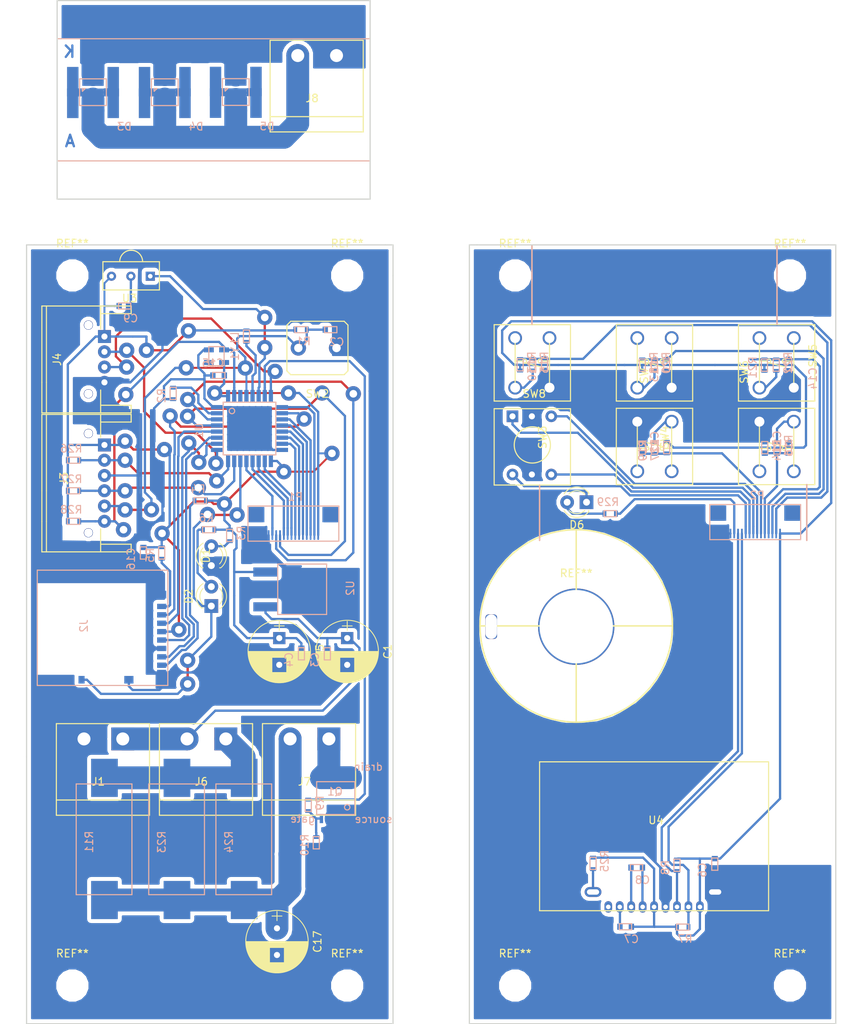
<source format=kicad_pcb>
(kicad_pcb (version 20171130) (host pcbnew "(5.0.0)")
  (layers (0 F.Cu signal) (31 B.Cu signal) (34 B.Paste user) (35 F.Paste user) (36 B.SilkS user) (37 F.SilkS user) (38 B.Mask user) (39 F.Mask user) (44 Edge.Cuts user))
  (net 0 "")
  (net 1 NRST)
  (net 2 "Net-(C7-Pad1)")
  (net 3 "Net-(C8-Pad1)")
  (net 4 "Net-(C8-Pad2)")
  (net 5 "Net-(D1-Pad2)")
  (net 6 CARD_DITECTION)
  (net 7 "Net-(D2-Pad2)")
  (net 8 "Net-(D3-Pad1)")
  (net 9 "Net-(D3-Pad2)")
  (net 10 "Net-(D6-Pad2)")
  (net 11 +BATT)
  (net 12 "Net-(J2-Pad1)")
  (net 13 MISO)
  (net 14 SCK)
  (net 15 MOSI)
  (net 16 CS)
  (net 17 "Net-(J2-Pad8)")
  (net 18 OSC_IN)
  (net 19 TMS)
  (net 20 TCK)
  (net 21 TX)
  (net 22 RX)
  (net 23 "Net-(L1-Pad2)")
  (net 24 "Net-(Q1-Pad2)")
  (net 25 "Net-(R2-Pad1)")
  (net 26 IR_LED)
  (net 27 "Net-(R15-Pad1)")
  (net 28 "Net-(R16-Pad2)")
  (net 29 "Net-(R19-Pad1)")
  (net 30 "Net-(R20-Pad1)")
  (net 31 "Net-(R22-Pad1)")
  (net 32 "Net-(R25-Pad1)")
  (net 33 "Net-(U1-Pad3)")
  (net 34 IR_IN)
  (net 35 "Net-(U4-Pad1)")
  (net 36 "Net-(Y1-Pad1)")
  (net 37 "Net-(J6-Pad1)")
  (net 38 GND_A)
  (net 39 3.3_A)
  (net 40 GND_B)
  (net 41 3.3_B)
  (net 42 SW1_B)
  (net 43 SW4_B)
  (net 44 SW5_B)
  (net 45 SW2_B)
  (net 46 SW3_B)
  (net 47 "Net-(J7-Pad1)")
  (net 48 SW1_A)
  (net 49 SW2_A)
  (net 50 SW3_A)
  (net 51 SW4_A)
  (net 52 SW5_A)
  (net 53 RS1_A)
  (net 54 RS2_A)
  (net 55 RS4_A)
  (net 56 RS8_A)
  (net 57 SDA_A)
  (net 58 SCL_A)
  (net 59 LED_A)
  (net 60 LED_B)
  (net 61 SCL_B)
  (net 62 SDA_B)
  (net 63 RS8_B)
  (net 64 RS4_B)
  (net 65 RS2_B)
  (net 66 RS1_B)
  (net 67 "Net-(C17-Pad1)")
  (module Capacitors_THT:CP_Radial_D8.0mm_P3.50mm (layer F.Cu) (at 109.1 115.5 270)
    (fp_text reference C5 (at 1.75 -5.31 270) (layer F.SilkS))
    (fp_text value 100u)
    (pad 1 thru_hole rect (at 0 0 270) (size 1.6 1.6) (drill 0.8) (layers *.Cu *.Mask) (net 39 3.3_A))
    (pad 2 thru_hole circle (at 3.5 0 270) (size 1.6 1.6) (drill 0.8) (layers *.Cu *.Mask) (net 38 GND_A))
  )
  (module Footprint:CT2158-ND (layer F.Cu) (at 148 114)
    (fp_text reference REF** (at 0 -7) (layer F.SilkS))
    (fp_text value CT2158-ND)
    (pad 2 thru_hole roundrect (at -11.13 0) (size 1.524 3.2) (drill oval 1.5 3.2) (layers *.Cu *.Mask))
    (pad 1 thru_hole circle (at 0 0) (size 10 10) (drill 9.6) (layers *.Cu *.Mask))
  )
  (module Footprint:PL-IRM1261-C438 (layer F.Cu) (at 92.2 68.1 180)
    (fp_text reference U3 (at 2.7 -2.9 180) (layer F.SilkS))
    (fp_text value PL-IRM1261-C438)
    (pad 3 thru_hole circle (at 5.08 0 180) (size 1.2 1.2) (drill 0.6) (layers *.Cu *.Mask) (net 39 3.3_A))
    (pad 2 thru_hole circle (at 2.54 0 180) (size 1.2 1.2) (drill 0.6) (layers *.Cu *.Mask) (net 38 GND_A))
    (pad 1 thru_hole rect (at 0 0 180) (size 1.2 1.2) (drill 0.6) (layers *.Cu *.Mask) (net 34 IR_IN))
  )
  (module Footprint:SMW54R7JT (layer B.Cu) (at 86.2 133.8 270)
    (fp_text reference R11 (at 8.4 2 270) (layer B.SilkS) (effects (justify mirror)))
    (fp_text value 4.7)
    (pad 1 smd rect (at 0 0 270) (size 5 3.5) (layers B.Cu B.Paste B.Mask) (net 37 "Net-(J6-Pad1)"))
    (pad 2 smd rect (at 16 0 270) (size 5 3.5) (layers B.Cu B.Paste B.Mask) (net 67 "Net-(C17-Pad1)"))
  )
  (module Footprint:SMW54R7JT (layer B.Cu) (at 95.7 133.8 270)
    (fp_text reference R23 (at 8.4 2 270) (layer B.SilkS) (effects (justify mirror)))
    (fp_text value 4.7)
    (pad 1 smd rect (at 0 0 270) (size 5 3.5) (layers B.Cu B.Paste B.Mask) (net 37 "Net-(J6-Pad1)"))
    (pad 2 smd rect (at 16 0 270) (size 5 3.5) (layers B.Cu B.Paste B.Mask) (net 67 "Net-(C17-Pad1)"))
  )
  (module Footprint:SMW54R7JT (layer B.Cu) (at 104.5 133.8 270)
    (fp_text reference R24 (at 8.4 2 270) (layer B.SilkS) (effects (justify mirror)))
    (fp_text value 4.7)
    (pad 1 smd rect (at 0 0 270) (size 5 3.5) (layers B.Cu B.Paste B.Mask) (net 37 "Net-(J6-Pad1)"))
    (pad 2 smd rect (at 16 0 270) (size 5 3.5) (layers B.Cu B.Paste B.Mask) (net 67 "Net-(C17-Pad1)"))
  )
  (module Footprint:terminal_block_2p (layer F.Cu) (at 115.6 128.7 180)
    (fp_text reference J7 (at 3.2 -5.6 180) (layer F.SilkS))
    (fp_text value Terminal_Female)
    (pad 2 thru_hole circle (at 5.08 0 180) (size 3 3) (drill 1.7) (layers *.Cu *.Mask) (net 67 "Net-(C17-Pad1)"))
    (pad 1 thru_hole rect (at 0 0 180) (size 3 3) (drill 1.7) (layers *.Cu *.Mask) (net 47 "Net-(J7-Pad1)"))
  )
  (module Footprint:terminal_block_2p (layer F.Cu) (at 102.1 128.7 180)
    (fp_text reference J6 (at 3.2 -5.6 180) (layer F.SilkS))
    (fp_text value Terminal_Female)
    (pad 2 thru_hole circle (at 5.08 0 180) (size 3 3) (drill 1.7) (layers *.Cu *.Mask) (net 11 +BATT))
    (pad 1 thru_hole rect (at 0 0 180) (size 3 3) (drill 1.7) (layers *.Cu *.Mask) (net 37 "Net-(J6-Pad1)"))
  )
  (module Footprint:AQM0802A_backlight (layer F.Cu) (at 142.55 152.65)
    (fp_text reference U4 (at 15.9 -13.3) (layer F.SilkS))
    (fp_text value AQM0802A_Backlight)
    (pad 1 thru_hole oval (at 9.65 -1.95) (size 1 1.5) (drill 0.6) (layers *.Cu *.Mask) (net 35 "Net-(U4-Pad1)"))
    (pad 5 thru_hole oval (at 15.65 -1.95) (size 1 1.5) (drill 0.6) (layers *.Cu *.Mask) (net 41 3.3_B))
    (pad 9 thru_hole oval (at 21.65 -1.95) (size 1 1.5) (drill 0.6) (layers *.Cu *.Mask) (net 41 3.3_B))
    (pad 8 thru_hole oval (at 20.15 -1.95) (size 1 1.5) (drill 0.6) (layers *.Cu *.Mask) (net 61 SCL_B))
    (pad 4 thru_hole oval (at 14.15 -1.95) (size 1 1.5) (drill 0.6) (layers *.Cu *.Mask) (net 4 "Net-(C8-Pad2)"))
    (pad 6 thru_hole oval (at 17.15 -1.95) (size 1 1.5) (drill 0.6) (layers *.Cu *.Mask) (net 40 GND_B))
    (pad 2 thru_hole oval (at 11.15 -1.95) (size 1 1.5) (drill 0.6) (layers *.Cu *.Mask) (net 2 "Net-(C7-Pad1)"))
    (pad 7 thru_hole oval (at 18.65 -1.95) (size 1 1.5) (drill 0.6) (layers *.Cu *.Mask) (net 62 SDA_B))
    (pad 3 thru_hole oval (at 12.65 -1.95) (size 1 1.5) (drill 0.6) (layers *.Cu *.Mask) (net 3 "Net-(C8-Pad1)"))
    (pad A thru_hole oval (at 7.65 -3.9) (size 2.2 1.3) (drill oval 1.6 0.7) (layers *.Cu *.Mask) (net 32 "Net-(R25-Pad1)"))
    (pad K thru_hole oval (at 23.65 -3.9) (size 2.2 1.3) (drill oval 1.6 0.7) (layers *.Cu *.Mask) (net 40 GND_B))
  )
  (module Footprint:rotary_switch (layer F.Cu) (at 135.75 92.95)
    (fp_text reference SW8 (at 6.75 -9.45) (layer F.SilkS))
    (fp_text value SW_Coded_SH-7050)
    (pad 1 thru_hole rect (at 3.9 -6.5) (size 1.524 1.524) (drill 0.8) (layers *.Cu *.Mask) (net 66 RS1_B))
    (pad C thru_hole circle (at 6.44 -6.5) (size 1.524 1.524) (drill 0.8) (layers *.Cu *.Mask) (net 40 GND_B))
    (pad 8 thru_hole circle (at 8.98 -6.5) (size 1.524 1.524) (drill 0.8) (layers *.Cu *.Mask) (net 63 RS8_B))
    (pad 4 thru_hole circle (at 3.9 1.12) (size 1.524 1.524) (drill 0.8) (layers *.Cu *.Mask) (net 64 RS4_B))
    (pad C thru_hole circle (at 6.44 1.12) (size 1.524 1.524) (drill 0.8) (layers *.Cu *.Mask) (net 40 GND_B))
    (pad 2 thru_hole circle (at 8.98 1.12) (size 1.524 1.524) (drill 0.8) (layers *.Cu *.Mask) (net 65 RS2_B))
  )
  (module Footprint:TS-AGGNH-G (layer F.Cu) (at 140 82.7 90)
    (fp_text reference SW3 (at -6.5 3.6 90) (layer F.SilkS))
    (fp_text value SW_Push)
    (pad 1 thru_hole circle (at 0 0 90) (size 1.8 1.8) (drill 1.3) (layers *.Cu *.Mask) (net 27 "Net-(R15-Pad1)"))
    (pad 3 thru_hole circle (at 6.5 0 90) (size 1.8 1.8) (drill 1.3) (layers *.Cu *.Mask))
    (pad 2 thru_hole circle (at 0 4.5 90) (size 1.8 1.8) (drill 1.3) (layers *.Cu *.Mask) (net 40 GND_B))
    (pad 4 thru_hole circle (at 6.5 4.5 90) (size 1.8 1.8) (drill 1.3) (layers *.Cu *.Mask))
  )
  (module Footprint:TS-AGGNH-G (layer F.Cu) (at 172 82.7 90)
    (fp_text reference SW5 (at 4.2 7 90) (layer F.SilkS))
    (fp_text value SW_Push)
    (pad 1 thru_hole circle (at 0 0 90) (size 1.8 1.8) (drill 1.3) (layers *.Cu *.Mask) (net 31 "Net-(R22-Pad1)"))
    (pad 3 thru_hole circle (at 6.5 0 90) (size 1.8 1.8) (drill 1.3) (layers *.Cu *.Mask))
    (pad 2 thru_hole circle (at 0 4.5 90) (size 1.8 1.8) (drill 1.3) (layers *.Cu *.Mask) (net 40 GND_B))
    (pad 4 thru_hole circle (at 6.5 4.5 90) (size 1.8 1.8) (drill 1.3) (layers *.Cu *.Mask))
  )
  (module Footprint:TS-AGGNH-G (layer F.Cu) (at 156 82.7 90)
    (fp_text reference SW4 (at -6.5 3.6 90) (layer F.SilkS))
    (fp_text value SW_Push)
    (pad 1 thru_hole circle (at 0 0 90) (size 1.8 1.8) (drill 1.3) (layers *.Cu *.Mask) (net 30 "Net-(R20-Pad1)"))
    (pad 3 thru_hole circle (at 6.5 0 90) (size 1.8 1.8) (drill 1.3) (layers *.Cu *.Mask))
    (pad 2 thru_hole circle (at 0 4.5 90) (size 1.8 1.8) (drill 1.3) (layers *.Cu *.Mask) (net 40 GND_B))
    (pad 4 thru_hole circle (at 6.5 4.5 90) (size 1.8 1.8) (drill 1.3) (layers *.Cu *.Mask))
  )
  (module Footprint:TS-AGGNH-G (layer F.Cu) (at 176.5 87.15 270)
    (fp_text reference SW6 (at -6.5 6.5 270) (layer F.SilkS))
    (fp_text value SW_Push)
    (pad 1 thru_hole circle (at 0 0 270) (size 1.8 1.8) (drill 1.3) (layers *.Cu *.Mask) (net 28 "Net-(R16-Pad2)"))
    (pad 3 thru_hole circle (at 6.5 0 270) (size 1.8 1.8) (drill 1.3) (layers *.Cu *.Mask))
    (pad 2 thru_hole circle (at 0 4.5 270) (size 1.8 1.8) (drill 1.3) (layers *.Cu *.Mask) (net 40 GND_B))
    (pad 4 thru_hole circle (at 6.5 4.5 270) (size 1.8 1.8) (drill 1.3) (layers *.Cu *.Mask))
  )
  (module Footprint:TS-AGGNH-G (layer F.Cu) (at 160.5 87.15 270)
    (fp_text reference SW7 (at -6.5 3.6 270) (layer F.SilkS))
    (fp_text value SW_Push)
    (pad 1 thru_hole circle (at 0 0 270) (size 1.8 1.8) (drill 1.3) (layers *.Cu *.Mask) (net 29 "Net-(R19-Pad1)"))
    (pad 3 thru_hole circle (at 6.5 0 270) (size 1.8 1.8) (drill 1.3) (layers *.Cu *.Mask))
    (pad 2 thru_hole circle (at 0 4.5 270) (size 1.8 1.8) (drill 1.3) (layers *.Cu *.Mask) (net 40 GND_B))
    (pad 4 thru_hole circle (at 6.5 4.5 270) (size 1.8 1.8) (drill 1.3) (layers *.Cu *.Mask))
  )
  (module Mounting_Holes:MountingHole_3.2mm_M3 (layer F.Cu) (at 140 161)
    (fp_text reference REF** (at 0 -4.2) (layer F.SilkS))
    (fp_text value MountingHole_3.2mm_M3)
    (pad 1 np_thru_hole circle (at 0 0) (size 3.2 3.2) (drill 3.2) (layers *.Cu *.Mask))
  )
  (module Mounting_Holes:MountingHole_3.2mm_M3 (layer F.Cu) (at 176 161)
    (fp_text reference REF** (at 0 -4.2) (layer F.SilkS))
    (fp_text value MountingHole_3.2mm_M3)
    (pad 1 np_thru_hole circle (at 0 0) (size 3.2 3.2) (drill 3.2) (layers *.Cu *.Mask))
  )
  (module Mounting_Holes:MountingHole_3.2mm_M3 (layer F.Cu) (at 176 68)
    (fp_text reference REF** (at 0 -4.2) (layer F.SilkS))
    (fp_text value MountingHole_3.2mm_M3)
    (pad 1 np_thru_hole circle (at 0 0) (size 3.2 3.2) (drill 3.2) (layers *.Cu *.Mask))
  )
  (module Mounting_Holes:MountingHole_3.2mm_M3 (layer F.Cu) (at 140 68)
    (fp_text reference REF** (at 0 -4.2) (layer F.SilkS))
    (fp_text value MountingHole_3.2mm_M3)
    (pad 1 np_thru_hole circle (at 0 0) (size 3.2 3.2) (drill 3.2) (layers *.Cu *.Mask))
  )
  (module "Footprint:CN-FFC-SMT2(CN-FFC(0.5)14PD)" (layer F.Cu) (at 177.7 97.3 180)
    (fp_text reference P2 (at 6 0.5 180) (layer B.SilkS) (effects (justify mirror)))
    (fp_text value "CN-FFC(0.5)14PD")
    (pad 14 smd rect (at 9.5 -4.5 180) (size 0.23 1.25) (layers B.Cu B.Paste B.Mask) (net 40 GND_B))
    (pad 13 smd rect (at 9 -4.5 180) (size 0.23 1.25) (layers B.Cu B.Paste B.Mask) (net 60 LED_B))
    (pad 12 smd rect (at 8.5 -4.5 180) (size 0.23 1.25) (layers B.Cu B.Paste B.Mask) (net 62 SDA_B))
    (pad 11 smd rect (at 8 -4.5 180) (size 0.23 1.25) (layers B.Cu B.Paste B.Mask) (net 61 SCL_B))
    (pad 10 smd rect (at 7.5 -4.5 180) (size 0.23 1.25) (layers B.Cu B.Paste B.Mask) (net 64 RS4_B))
    (pad 9 smd rect (at 7 -4.5 180) (size 0.23 1.25) (layers B.Cu B.Paste B.Mask) (net 65 RS2_B))
    (pad 8 smd rect (at 6.5 -4.5 180) (size 0.23 1.25) (layers B.Cu B.Paste B.Mask) (net 66 RS1_B))
    (pad 7 smd rect (at 6 -4.5 180) (size 0.23 1.25) (layers B.Cu B.Paste B.Mask) (net 63 RS8_B))
    (pad 6 smd rect (at 5.5 -4.5 180) (size 0.23 1.25) (layers B.Cu B.Paste B.Mask) (net 44 SW5_B))
    (pad 5 smd rect (at 5 -4.5 180) (size 0.23 1.25) (layers B.Cu B.Paste B.Mask) (net 43 SW4_B))
    (pad 4 smd rect (at 4.5 -4.5 180) (size 0.23 1.25) (layers B.Cu B.Paste B.Mask) (net 46 SW3_B))
    (pad 3 smd rect (at 4 -4.5 180) (size 0.23 1.25) (layers B.Cu B.Paste B.Mask) (net 45 SW2_B))
    (pad 2 smd rect (at 3.5 -4.5 180) (size 0.23 1.25) (layers B.Cu B.Paste B.Mask) (net 42 SW1_B))
    (pad "" smd rect (at 1.35 -1.825 180) (size 1.8 2) (layers B.Cu B.Paste B.Mask))
    (pad "" smd rect (at 11.15 -1.825 180) (size 1.8 2) (layers B.Cu B.Paste B.Mask))
    (pad 1 smd rect (at 3 -4.5 180) (size 0.23 1.25) (layers B.Cu B.Paste B.Mask) (net 41 3.3_B))
    (pad "" smd rect (at 11.15 -1.825 180) (size 2.2 2) (layers B.Cu B.Paste B.Mask))
    (pad "" smd rect (at 1.35 -1.825 180) (size 2.2 2) (layers B.Cu B.Paste B.Mask))
  )
  (module Footprint:R_1608_HandSoldering (layer B.Cu) (at 174.25 77.6 270)
    (fp_text reference R21 (at 2.45 3.125 270) (layer B.SilkS) (effects (justify mirror)))
    (fp_text value 10k)
    (pad 2 smd rect (at 2.9 1.6 270) (size 0.5 0.8) (layers B.Cu B.Paste B.Mask) (net 41 3.3_B))
    (pad 1 smd rect (at 1.4 1.6 270) (size 0.5 0.8) (layers B.Cu B.Paste B.Mask) (net 46 SW3_B))
  )
  (module Footprint:R_1608_HandSoldering (layer B.Cu) (at 172.6 81.9 90)
    (fp_text reference R22 (at 2.45 3.15 90) (layer B.SilkS) (effects (justify mirror)))
    (fp_text value 100)
    (pad 2 smd rect (at 2.9 1.6 90) (size 0.5 0.8) (layers B.Cu B.Paste B.Mask) (net 46 SW3_B))
    (pad 1 smd rect (at 1.4 1.6 90) (size 0.5 0.8) (layers B.Cu B.Paste B.Mask) (net 31 "Net-(R22-Pad1)"))
  )
  (module Footprint:C_1608_HandSolderring (layer B.Cu) (at 176.75 78.35 270)
    (fp_text reference C14 (at 3.15 -2.25 270) (layer B.SilkS) (effects (justify mirror)))
    (fp_text value 1u)
    (pad 1 smd rect (at 0.625 0.9 270) (size 0.7 0.8) (layers B.Cu B.Paste B.Mask) (net 46 SW3_B))
    (pad 2 smd rect (at 2.125 0.9 270) (size 0.7 0.8) (layers B.Cu B.Paste B.Mask) (net 40 GND_B))
  )
  (module Footprint:RSS100N03 (layer B.Cu) (at 119.7 140.2 180)
    (fp_text reference Q1 (at 3.3 4.6 180) (layer B.SilkS) (effects (justify mirror)))
    (fp_text value RSS100N03)
    (fp_text user source (at -1.75 1 180) (layer B.SilkS) (effects (justify mirror)))
    (fp_text user gate (at 7.55 1.05 180) (layer B.SilkS) (effects (justify mirror)))
    (fp_text user drain (at -1.05 7.85 180) (layer B.SilkS) (effects (justify mirror)))
    (pad 1 smd rect (at 1.27 1.07 180) (size 0.45 1.2) (layers B.Cu B.Paste B.Mask) (net 38 GND_A))
    (pad 1 smd rect (at 2.54 1.07 180) (size 0.45 1.2) (layers B.Cu B.Paste B.Mask) (net 38 GND_A))
    (pad 1 smd rect (at 3.81 1.07 180) (size 0.45 1.2) (layers B.Cu B.Paste B.Mask) (net 38 GND_A))
    (pad 2 smd rect (at 5.08 1.07 180) (size 0.45 1.2) (layers B.Cu B.Paste B.Mask) (net 24 "Net-(Q1-Pad2)"))
    (pad 3 smd rect (at 5.08 6.42 180) (size 0.45 1.2) (layers B.Cu B.Paste B.Mask) (net 47 "Net-(J7-Pad1)"))
    (pad 3 smd rect (at 3.81 6.42 180) (size 0.45 1.2) (layers B.Cu B.Paste B.Mask) (net 47 "Net-(J7-Pad1)"))
    (pad 3 smd rect (at 2.54 6.42 180) (size 0.45 1.2) (layers B.Cu B.Paste B.Mask) (net 47 "Net-(J7-Pad1)"))
    (pad 3 smd rect (at 1.27 6.42 180) (size 0.45 1.2) (layers B.Cu B.Paste B.Mask) (net 47 "Net-(J7-Pad1)"))
  )
  (module Mounting_Holes:MountingHole_3.2mm_M3 (layer F.Cu) (at 118 68)
    (fp_text reference REF** (at 0 -4.2) (layer F.SilkS))
    (fp_text value MountingHole_3.2mm_M3)
    (pad 1 np_thru_hole circle (at 0 0) (size 3.2 3.2) (drill 3.2) (layers *.Cu *.Mask))
  )
  (module Footprint:C_1608_HandSolderring (layer B.Cu) (at 114.5 74.2)
    (fp_text reference C2 (at 2.125 2.525) (layer B.SilkS) (effects (justify mirror)))
    (fp_text value 1u)
    (pad 1 smd rect (at 0.625 0.9) (size 0.7 0.8) (layers B.Cu B.Paste B.Mask) (net 1 NRST))
    (pad 2 smd rect (at 2.125 0.9) (size 0.7 0.8) (layers B.Cu B.Paste B.Mask) (net 38 GND_A))
  )
  (module Footprint:tact_switch (layer F.Cu) (at 121.6 72.5 180)
    (fp_text reference SW2 (at 7.5 -11 180) (layer F.SilkS))
    (fp_text value SW_Push)
    (pad 1 thru_hole circle (at 5 -5 180) (size 2 2) (drill 1.1) (layers *.Cu *.Mask) (net 38 GND_A))
    (pad 2 thru_hole circle (at 10 -5 180) (size 2 2) (drill 1.1) (layers *.Cu *.Mask) (net 1 NRST))
  )
  (module Footprint:micro_SDcard (layer B.Cu) (at 93.7 109.8 90)
    (fp_text reference J2 (at -4.1 -10.2 90) (layer B.SilkS) (effects (justify mirror)))
    (fp_text value Micro_SD_Card_Det_Hirose_DM3AT)
    (pad 14 smd rect (at 0 0 90) (size 1 1.2) (layers B.Cu B.Paste B.Mask) (net 38 GND_A))
    (pad 8 smd rect (at -9.25 0 90) (size 0.7 1.2) (layers B.Cu B.Paste B.Mask) (net 17 "Net-(J2-Pad8)"))
    (pad 2 smd rect (at -2.65 0 90) (size 0.7 1.2) (layers B.Cu B.Paste B.Mask) (net 16 CS))
    (pad 3 smd rect (at -3.75 0 90) (size 0.7 1.2) (layers B.Cu B.Paste B.Mask) (net 15 MOSI))
    (pad 4 smd rect (at -4.85 0 90) (size 0.7 1.2) (layers B.Cu B.Paste B.Mask) (net 39 3.3_A))
    (pad 5 smd rect (at -5.95 0 90) (size 0.7 1.2) (layers B.Cu B.Paste B.Mask) (net 14 SCK))
    (pad 6 smd rect (at -7.05 0 90) (size 0.7 1.2) (layers B.Cu B.Paste B.Mask) (net 38 GND_A))
    (pad 7 smd rect (at -8.15 0 90) (size 0.7 1.2) (layers B.Cu B.Paste B.Mask) (net 13 MISO))
    (pad 1 smd rect (at -1.55 0 90) (size 0.7 1.2) (layers B.Cu B.Paste B.Mask) (net 12 "Net-(J2-Pad1)"))
    (pad 9 smd rect (at -10.2 0 90) (size 0.7 1.2) (layers B.Cu B.Paste B.Mask) (net 38 GND_A))
    (pad 10 smd rect (at -11.15 -10.5 90) (size 1 0.8) (layers B.Cu B.Paste B.Mask) (net 6 CARD_DITECTION))
    (pad 11 smd rect (at -11.15 -4.3 90) (size 1 1.2) (layers B.Cu B.Paste B.Mask) (net 38 GND_A))
    (pad 12 smd rect (at -11.15 -14.65 90) (size 1 2.8) (layers B.Cu B.Paste B.Mask) (net 38 GND_A))
    (pad 13 smd rect (at 2.35 -15.1 90) (size 1.3 1.9) (layers B.Cu B.Paste B.Mask) (net 38 GND_A))
  )
  (module Footprint:C_1608_HandSolderring (layer B.Cu) (at 92.2 103 270)
    (fp_text reference C16 (at 2.125 2.525 270) (layer B.SilkS) (effects (justify mirror)))
    (fp_text value 0.1u)
    (pad 1 smd rect (at 0.625 0.9 270) (size 0.7 0.8) (layers B.Cu B.Paste B.Mask) (net 39 3.3_A))
    (pad 2 smd rect (at 2.125 0.9 270) (size 0.7 0.8) (layers B.Cu B.Paste B.Mask) (net 38 GND_A))
  )
  (module Footprint:R_1608_HandSoldering (layer B.Cu) (at 102 102.9 180)
    (fp_text reference R6 (at 2.45 3.125 180) (layer B.SilkS) (effects (justify mirror)))
    (fp_text value 1k)
    (pad 2 smd rect (at 2.9 1.6 180) (size 0.5 0.8) (layers B.Cu B.Paste B.Mask) (net 7 "Net-(D2-Pad2)"))
    (pad 1 smd rect (at 1.4 1.6 180) (size 0.5 0.8) (layers B.Cu B.Paste B.Mask) (net 39 3.3_A))
  )
  (module Footprint:terminal_block_2p (layer F.Cu) (at 88.6 128.7 180)
    (fp_text reference J1 (at 3.2 -5.6 180) (layer F.SilkS))
    (fp_text value batt_conn)
    (pad 2 thru_hole circle (at 5.08 0 180) (size 3 3) (drill 1.7) (layers *.Cu *.Mask) (net 38 GND_A))
    (pad 1 thru_hole rect (at 0 0 180) (size 3 3) (drill 1.7) (layers *.Cu *.Mask) (net 11 +BATT))
  )
  (module Footprint:C_1608_HandSolderring (layer B.Cu) (at 112.9 116.2 270)
    (fp_text reference C4 (at 2.125 2.525 270) (layer B.SilkS) (effects (justify mirror)))
    (fp_text value 0.1u)
    (pad 1 smd rect (at 0.625 0.9 270) (size 0.7 0.8) (layers B.Cu B.Paste B.Mask) (net 39 3.3_A))
    (pad 2 smd rect (at 2.125 0.9 270) (size 0.7 0.8) (layers B.Cu B.Paste B.Mask) (net 38 GND_A))
  )
  (module Footprint:C_1608_HandSolderring (layer B.Cu) (at 116.3 116.2 270)
    (fp_text reference C3 (at 2.125 2.525 270) (layer B.SilkS) (effects (justify mirror)))
    (fp_text value 0.1u)
    (pad 1 smd rect (at 0.625 0.9 270) (size 0.7 0.8) (layers B.Cu B.Paste B.Mask) (net 11 +BATT))
    (pad 2 smd rect (at 2.125 0.9 270) (size 0.7 0.8) (layers B.Cu B.Paste B.Mask) (net 38 GND_A))
  )
  (module Footprint:C_1608_HandSolderring (layer B.Cu) (at 167.05 143.75 270)
    (fp_text reference C6 (at 2.125 2.525 270) (layer B.SilkS) (effects (justify mirror)))
    (fp_text value 0.1u)
    (pad 1 smd rect (at 0.625 0.9 270) (size 0.7 0.8) (layers B.Cu B.Paste B.Mask) (net 41 3.3_B))
    (pad 2 smd rect (at 2.125 0.9 270) (size 0.7 0.8) (layers B.Cu B.Paste B.Mask) (net 40 GND_B))
  )
  (module Footprint:C_1608_HandSolderring (layer B.Cu) (at 153.1 152.4)
    (fp_text reference C7 (at 2.125 2.525) (layer B.SilkS) (effects (justify mirror)))
    (fp_text value 1u)
    (pad 1 smd rect (at 0.625 0.9) (size 0.7 0.8) (layers B.Cu B.Paste B.Mask) (net 2 "Net-(C7-Pad1)"))
    (pad 2 smd rect (at 2.125 0.9) (size 0.7 0.8) (layers B.Cu B.Paste B.Mask) (net 41 3.3_B))
  )
  (module Footprint:C_1608_HandSolderring (layer B.Cu) (at 154.55 144.65)
    (fp_text reference C8 (at 2.125 2.525) (layer B.SilkS) (effects (justify mirror)))
    (fp_text value 1u)
    (pad 1 smd rect (at 0.625 0.9) (size 0.7 0.8) (layers B.Cu B.Paste B.Mask) (net 3 "Net-(C8-Pad1)"))
    (pad 2 smd rect (at 2.125 0.9) (size 0.7 0.8) (layers B.Cu B.Paste B.Mask) (net 4 "Net-(C8-Pad2)"))
  )
  (module Footprint:C_1608_HandSolderring (layer B.Cu) (at 87.5 71.1)
    (fp_text reference C9 (at 2.125 2.525) (layer B.SilkS) (effects (justify mirror)))
    (fp_text value 4.7u)
    (pad 1 smd rect (at 0.625 0.9) (size 0.7 0.8) (layers B.Cu B.Paste B.Mask) (net 39 3.3_A))
    (pad 2 smd rect (at 2.125 0.9) (size 0.7 0.8) (layers B.Cu B.Paste B.Mask) (net 38 GND_A))
  )
  (module Footprint:C_1608_HandSolderring (layer B.Cu) (at 144.75 78.3 270)
    (fp_text reference C10 (at 2.125 2.525 270) (layer B.SilkS) (effects (justify mirror)))
    (fp_text value 1u)
    (pad 1 smd rect (at 0.625 0.9 270) (size 0.7 0.8) (layers B.Cu B.Paste B.Mask) (net 42 SW1_B))
    (pad 2 smd rect (at 2.125 0.9 270) (size 0.7 0.8) (layers B.Cu B.Paste B.Mask) (net 40 GND_B))
  )
  (module Footprint:C_1608_HandSolderring (layer B.Cu) (at 171.8 91.9 90)
    (fp_text reference C11 (at 2.125 2.525 90) (layer B.SilkS) (effects (justify mirror)))
    (fp_text value 1u)
    (pad 1 smd rect (at 0.625 0.9 90) (size 0.7 0.8) (layers B.Cu B.Paste B.Mask) (net 43 SW4_B))
    (pad 2 smd rect (at 2.125 0.9 90) (size 0.7 0.8) (layers B.Cu B.Paste B.Mask) (net 40 GND_B))
  )
  (module Footprint:C_1608_HandSolderring (layer B.Cu) (at 155.75 91.975 90)
    (fp_text reference C12 (at 2.125 2.525 90) (layer B.SilkS) (effects (justify mirror)))
    (fp_text value 1u)
    (pad 1 smd rect (at 0.625 0.9 90) (size 0.7 0.8) (layers B.Cu B.Paste B.Mask) (net 44 SW5_B))
    (pad 2 smd rect (at 2.125 0.9 90) (size 0.7 0.8) (layers B.Cu B.Paste B.Mask) (net 40 GND_B))
  )
  (module Footprint:C_1608_HandSolderring (layer B.Cu) (at 160.75 78.4 270)
    (fp_text reference C13 (at 2.125 2.525 270) (layer B.SilkS) (effects (justify mirror)))
    (fp_text value 1u)
    (pad 1 smd rect (at 0.625 0.9 270) (size 0.7 0.8) (layers B.Cu B.Paste B.Mask) (net 45 SW2_B))
    (pad 2 smd rect (at 2.125 0.9 270) (size 0.7 0.8) (layers B.Cu B.Paste B.Mask) (net 40 GND_B))
  )
  (module Footprint:C_1608_HandSolderring (layer B.Cu) (at 102.525 82 180)
    (fp_text reference C15 (at 2.125 2.525 180) (layer B.SilkS) (effects (justify mirror)))
    (fp_text value 0.1)
    (pad 1 smd rect (at 0.625 0.9 180) (size 0.7 0.8) (layers B.Cu B.Paste B.Mask) (net 39 3.3_A))
    (pad 2 smd rect (at 2.125 0.9 180) (size 0.7 0.8) (layers B.Cu B.Paste B.Mask) (net 38 GND_A))
  )
  (module Footprint:R_1608_HandSoldering (layer B.Cu) (at 106.4 73.8 270)
    (fp_text reference L1 (at 2.45 3.125 270) (layer B.SilkS) (effects (justify mirror)))
    (fp_text value Ferrite_Bead_Small)
    (pad 2 smd rect (at 2.9 1.6 270) (size 0.5 0.8) (layers B.Cu B.Paste B.Mask) (net 23 "Net-(L1-Pad2)"))
    (pad 1 smd rect (at 1.4 1.6 270) (size 0.5 0.8) (layers B.Cu B.Paste B.Mask) (net 39 3.3_A))
  )
  (module Footprint:R_1608_HandSoldering (layer B.Cu) (at 109.8 73.5)
    (fp_text reference R1 (at 2.45 3.125) (layer B.SilkS) (effects (justify mirror)))
    (fp_text value 150k)
    (pad 2 smd rect (at 2.9 1.6) (size 0.5 0.8) (layers B.Cu B.Paste B.Mask) (net 1 NRST))
    (pad 1 smd rect (at 1.4 1.6) (size 0.5 0.8) (layers B.Cu B.Paste B.Mask) (net 39 3.3_A))
  )
  (module Footprint:R_1608_HandSoldering (layer B.Cu) (at 96.8 81.3 270)
    (fp_text reference R2 (at 2.45 3.125 270) (layer B.SilkS) (effects (justify mirror)))
    (fp_text value 10k)
    (pad 2 smd rect (at 2.9 1.6 270) (size 0.5 0.8) (layers B.Cu B.Paste B.Mask) (net 38 GND_A))
    (pad 1 smd rect (at 1.4 1.6 270) (size 0.5 0.8) (layers B.Cu B.Paste B.Mask) (net 25 "Net-(R2-Pad1)"))
  )
  (module Footprint:R_1608_HandSoldering (layer B.Cu) (at 101 104.2 90)
    (fp_text reference R3 (at 2.45 3.125 90) (layer B.SilkS) (effects (justify mirror)))
    (fp_text value 330)
    (pad 2 smd rect (at 2.9 1.6 90) (size 0.5 0.8) (layers B.Cu B.Paste B.Mask) (net 39 3.3_A))
    (pad 1 smd rect (at 1.4 1.6 90) (size 0.5 0.8) (layers B.Cu B.Paste B.Mask) (net 5 "Net-(D1-Pad2)"))
  )
  (module Footprint:R_1608_HandSoldering (layer B.Cu) (at 100.9 99.1 180)
    (fp_text reference R4 (at 2.45 3.125 180) (layer B.SilkS) (effects (justify mirror)))
    (fp_text value 47k)
    (pad 2 smd rect (at 2.9 1.6 180) (size 0.5 0.8) (layers B.Cu B.Paste B.Mask) (net 17 "Net-(J2-Pad8)"))
    (pad 1 smd rect (at 1.4 1.6 180) (size 0.5 0.8) (layers B.Cu B.Paste B.Mask) (net 39 3.3_A))
  )
  (module Footprint:R_1608_HandSoldering (layer B.Cu) (at 95.3 102.2 270)
    (fp_text reference R5 (at 2.45 3.125 270) (layer B.SilkS) (effects (justify mirror)))
    (fp_text value 47k)
    (pad 2 smd rect (at 2.9 1.6 270) (size 0.5 0.8) (layers B.Cu B.Paste B.Mask) (net 12 "Net-(J2-Pad1)"))
    (pad 1 smd rect (at 1.4 1.6 270) (size 0.5 0.8) (layers B.Cu B.Paste B.Mask) (net 39 3.3_A))
  )
  (module Footprint:R_1608_HandSoldering (layer B.Cu) (at 159.8 151.75)
    (fp_text reference R7 (at 2.45 3.125) (layer B.SilkS) (effects (justify mirror)))
    (fp_text value 10k)
    (pad 2 smd rect (at 2.9 1.6) (size 0.5 0.8) (layers B.Cu B.Paste B.Mask) (net 61 SCL_B))
    (pad 1 smd rect (at 1.4 1.6) (size 0.5 0.8) (layers B.Cu B.Paste B.Mask) (net 41 3.3_B))
  )
  (module Footprint:R_1608_HandSoldering (layer B.Cu) (at 162.8 143.1 270)
    (fp_text reference R8 (at 2.45 3.125 270) (layer B.SilkS) (effects (justify mirror)))
    (fp_text value 10k)
    (pad 2 smd rect (at 2.9 1.6 270) (size 0.5 0.8) (layers B.Cu B.Paste B.Mask) (net 62 SDA_B))
    (pad 1 smd rect (at 1.4 1.6 270) (size 0.5 0.8) (layers B.Cu B.Paste B.Mask) (net 41 3.3_B))
  )
  (module Footprint:R_1608_HandSoldering (layer B.Cu) (at 111.3 139.55 90)
    (fp_text reference R9 (at 2.45 3.125 90) (layer B.SilkS) (effects (justify mirror)))
    (fp_text value 10)
    (pad 2 smd rect (at 2.9 1.6 90) (size 0.5 0.8) (layers B.Cu B.Paste B.Mask) (net 26 IR_LED))
    (pad 1 smd rect (at 1.4 1.6 90) (size 0.5 0.8) (layers B.Cu B.Paste B.Mask) (net 24 "Net-(Q1-Pad2)"))
  )
  (module Footprint:R_1608_HandSoldering (layer B.Cu) (at 115.55 140.15 270)
    (fp_text reference R10 (at 2.45 3.125 270) (layer B.SilkS) (effects (justify mirror)))
    (fp_text value 12k)
    (pad 2 smd rect (at 2.9 1.6 270) (size 0.5 0.8) (layers B.Cu B.Paste B.Mask) (net 38 GND_A))
    (pad 1 smd rect (at 1.4 1.6 270) (size 0.5 0.8) (layers B.Cu B.Paste B.Mask) (net 24 "Net-(Q1-Pad2)"))
  )
  (module Footprint:R_1608_HandSoldering (layer B.Cu) (at 139.05 81.85 90)
    (fp_text reference R13 (at 2.45 3.125 90) (layer B.SilkS) (effects (justify mirror)))
    (fp_text value 10k)
    (pad 2 smd rect (at 2.9 1.6 90) (size 0.5 0.8) (layers B.Cu B.Paste B.Mask) (net 42 SW1_B))
    (pad 1 smd rect (at 1.4 1.6 90) (size 0.5 0.8) (layers B.Cu B.Paste B.Mask) (net 41 3.3_B))
  )
  (module Footprint:R_1608_HandSoldering (layer B.Cu) (at 177.4 88.45 270)
    (fp_text reference R14 (at 2.45 3.125 270) (layer B.SilkS) (effects (justify mirror)))
    (fp_text value 10k)
    (pad 2 smd rect (at 2.9 1.6 270) (size 0.5 0.8) (layers B.Cu B.Paste B.Mask) (net 43 SW4_B))
    (pad 1 smd rect (at 1.4 1.6 270) (size 0.5 0.8) (layers B.Cu B.Paste B.Mask) (net 41 3.3_B))
  )
  (module Footprint:R_1608_HandSoldering (layer B.Cu) (at 140.7 81.85 90)
    (fp_text reference R15 (at 2.45 3.125 90) (layer B.SilkS) (effects (justify mirror)))
    (fp_text value 100)
    (pad 2 smd rect (at 2.9 1.6 90) (size 0.5 0.8) (layers B.Cu B.Paste B.Mask) (net 42 SW1_B))
    (pad 1 smd rect (at 1.4 1.6 90) (size 0.5 0.8) (layers B.Cu B.Paste B.Mask) (net 27 "Net-(R15-Pad1)"))
  )
  (module Footprint:R_1608_HandSoldering (layer B.Cu) (at 172.7 92.75 90)
    (fp_text reference R16 (at 2.45 3.125 90) (layer B.SilkS) (effects (justify mirror)))
    (fp_text value 100)
    (pad 2 smd rect (at 2.9 1.6 90) (size 0.5 0.8) (layers B.Cu B.Paste B.Mask) (net 28 "Net-(R16-Pad2)"))
    (pad 1 smd rect (at 1.4 1.6 90) (size 0.5 0.8) (layers B.Cu B.Paste B.Mask) (net 43 SW4_B))
  )
  (module Footprint:R_1608_HandSoldering (layer B.Cu) (at 161.45 88.4 270)
    (fp_text reference R17 (at 2.45 3.125 270) (layer B.SilkS) (effects (justify mirror)))
    (fp_text value 10k)
    (pad 2 smd rect (at 2.9 1.6 270) (size 0.5 0.8) (layers B.Cu B.Paste B.Mask) (net 44 SW5_B))
    (pad 1 smd rect (at 1.4 1.6 270) (size 0.5 0.8) (layers B.Cu B.Paste B.Mask) (net 41 3.3_B))
  )
  (module Footprint:R_1608_HandSoldering (layer B.Cu) (at 155.05 81.9 90)
    (fp_text reference R18 (at 2.45 3.125 90) (layer B.SilkS) (effects (justify mirror)))
    (fp_text value 10k)
    (pad 2 smd rect (at 2.9 1.6 90) (size 0.5 0.8) (layers B.Cu B.Paste B.Mask) (net 45 SW2_B))
    (pad 1 smd rect (at 1.4 1.6 90) (size 0.5 0.8) (layers B.Cu B.Paste B.Mask) (net 41 3.3_B))
  )
  (module Footprint:R_1608_HandSoldering (layer B.Cu) (at 159.85 88.45 270)
    (fp_text reference R19 (at 2.45 3.125 270) (layer B.SilkS) (effects (justify mirror)))
    (fp_text value 100)
    (pad 2 smd rect (at 2.9 1.6 270) (size 0.5 0.8) (layers B.Cu B.Paste B.Mask) (net 44 SW5_B))
    (pad 1 smd rect (at 1.4 1.6 270) (size 0.5 0.8) (layers B.Cu B.Paste B.Mask) (net 29 "Net-(R19-Pad1)"))
  )
  (module Footprint:R_1608_HandSoldering (layer B.Cu) (at 156.65 81.9 90)
    (fp_text reference R20 (at 2.45 3.125 90) (layer B.SilkS) (effects (justify mirror)))
    (fp_text value 100)
    (pad 2 smd rect (at 2.9 1.6 90) (size 0.5 0.8) (layers B.Cu B.Paste B.Mask) (net 45 SW2_B))
    (pad 1 smd rect (at 1.4 1.6 90) (size 0.5 0.8) (layers B.Cu B.Paste B.Mask) (net 30 "Net-(R20-Pad1)"))
  )
  (module Footprint:R_1608_HandSoldering (layer B.Cu) (at 148.6 147.15 90)
    (fp_text reference R25 (at 2.45 3.125 90) (layer B.SilkS) (effects (justify mirror)))
    (fp_text value 20)
    (pad 2 smd rect (at 2.9 1.6 90) (size 0.5 0.8) (layers B.Cu B.Paste B.Mask) (net 41 3.3_B))
    (pad 1 smd rect (at 1.4 1.6 90) (size 0.5 0.8) (layers B.Cu B.Paste B.Mask) (net 32 "Net-(R25-Pad1)"))
  )
  (module Footprint:R_1608_HandSoldering (layer B.Cu) (at 84.3 93.8 180)
    (fp_text reference R26 (at 2.45 3.125 180) (layer B.SilkS) (effects (justify mirror)))
    (fp_text value 100k)
    (pad 2 smd rect (at 2.9 1.6 180) (size 0.5 0.8) (layers B.Cu B.Paste B.Mask) (net 39 3.3_A))
    (pad 1 smd rect (at 1.4 1.6 180) (size 0.5 0.8) (layers B.Cu B.Paste B.Mask) (net 20 TCK))
  )
  (module Footprint:R_1608_HandSoldering (layer B.Cu) (at 84.3 97.8 180)
    (fp_text reference R27 (at 2.45 3.125 180) (layer B.SilkS) (effects (justify mirror)))
    (fp_text value 100k)
    (pad 2 smd rect (at 2.9 1.6 180) (size 0.5 0.8) (layers B.Cu B.Paste B.Mask) (net 39 3.3_A))
    (pad 1 smd rect (at 1.4 1.6 180) (size 0.5 0.8) (layers B.Cu B.Paste B.Mask) (net 19 TMS))
  )
  (module Footprint:R_1608_HandSoldering (layer B.Cu) (at 84.3 101.8 180)
    (fp_text reference R28 (at 2.45 3.125 180) (layer B.SilkS) (effects (justify mirror)))
    (fp_text value 100k)
    (pad 2 smd rect (at 2.9 1.6 180) (size 0.5 0.8) (layers B.Cu B.Paste B.Mask) (net 39 3.3_A))
    (pad 1 smd rect (at 1.4 1.6 180) (size 0.5 0.8) (layers B.Cu B.Paste B.Mask) (net 18 OSC_IN))
  )
  (module Footprint:R_1608_HandSoldering (layer B.Cu) (at 154.6 100.8 180)
    (fp_text reference R29 (at 2.45 3.125 180) (layer B.SilkS) (effects (justify mirror)))
    (fp_text value 330)
    (pad 2 smd rect (at 2.9 1.6 180) (size 0.5 0.8) (layers B.Cu B.Paste B.Mask) (net 10 "Net-(D6-Pad2)"))
    (pad 1 smd rect (at 1.4 1.6 180) (size 0.5 0.8) (layers B.Cu B.Paste B.Mask) (net 60 LED_B))
  )
  (module Footprint:STM32F303K8T6 (layer B.Cu) (at 102.4 83.8 270)
    (fp_text reference U1 (at 4.5 3.8 270) (layer B.SilkS) (effects (justify mirror)))
    (fp_text value STM32F303K8)
    (pad 32 smd rect (at 1.45 1.45 270) (size 0.55 1.6) (layers B.Cu B.Paste B.Mask) (net 38 GND_A))
    (pad 31 smd rect (at 2.25 1.45 270) (size 0.55 1.6) (layers B.Cu B.Paste B.Mask) (net 25 "Net-(R2-Pad1)"))
    (pad 30 smd rect (at 3.05 1.45 270) (size 0.55 1.6) (layers B.Cu B.Paste B.Mask) (net 57 SDA_A))
    (pad 29 smd rect (at 3.85 1.45 270) (size 0.55 1.6) (layers B.Cu B.Paste B.Mask) (net 58 SCL_A))
    (pad 28 smd rect (at 4.65 1.45 270) (size 0.55 1.6) (layers B.Cu B.Paste B.Mask) (net 15 MOSI))
    (pad 27 smd rect (at 5.45 1.45 270) (size 0.55 1.6) (layers B.Cu B.Paste B.Mask) (net 13 MISO))
    (pad 26 smd rect (at 6.25 1.45 270) (size 0.55 1.6) (layers B.Cu B.Paste B.Mask) (net 14 SCK))
    (pad 25 smd rect (at 7.05 1.45 90) (size 0.55 1.6) (layers B.Cu B.Paste B.Mask) (net 22 RX))
    (pad 24 smd rect (at 8.5 0 270) (size 1.6 0.55) (layers B.Cu B.Paste B.Mask) (net 20 TCK))
    (pad 23 smd rect (at 8.5 -0.8 270) (size 1.6 0.55) (layers B.Cu B.Paste B.Mask) (net 19 TMS))
    (pad 22 smd rect (at 8.5 -1.6 270) (size 1.6 0.55) (layers B.Cu B.Paste B.Mask) (net 6 CARD_DITECTION))
    (pad 21 smd rect (at 8.5 -2.4 270) (size 1.6 0.55) (layers B.Cu B.Paste B.Mask) (net 59 LED_A))
    (pad 20 smd rect (at 8.5 -3.2 270) (size 1.6 0.55) (layers B.Cu B.Paste B.Mask) (net 55 RS4_A))
    (pad 19 smd rect (at 8.5 -4 270) (size 1.6 0.55) (layers B.Cu B.Paste B.Mask) (net 54 RS2_A))
    (pad 18 smd rect (at 8.5 -4.8 270) (size 1.6 0.55) (layers B.Cu B.Paste B.Mask) (net 53 RS1_A))
    (pad 17 smd rect (at 8.5 -5.6 180) (size 0.55 1.6) (layers B.Cu B.Paste B.Mask) (net 39 3.3_A))
    (pad 16 smd rect (at 7.05 -7.05 270) (size 0.55 1.6) (layers B.Cu B.Paste B.Mask) (net 38 GND_A))
    (pad 15 smd rect (at 6.25 -7.05 270) (size 0.55 1.6) (layers B.Cu B.Paste B.Mask) (net 56 RS8_A))
    (pad 14 smd rect (at 5.45 -7.05 270) (size 0.55 1.6) (layers B.Cu B.Paste B.Mask) (net 52 SW5_A))
    (pad 13 smd rect (at 4.65 -7.05 270) (size 0.55 1.6) (layers B.Cu B.Paste B.Mask) (net 51 SW4_A))
    (pad 12 smd rect (at 3.85 -7.05 270) (size 0.55 1.6) (layers B.Cu B.Paste B.Mask) (net 50 SW3_A))
    (pad 11 smd rect (at 3.05 -7.05 270) (size 0.55 1.6) (layers B.Cu B.Paste B.Mask) (net 49 SW2_A))
    (pad 10 smd rect (at 2.25 -7.05 270) (size 0.55 1.6) (layers B.Cu B.Paste B.Mask) (net 16 CS))
    (pad 9 smd rect (at 1.45 -7.05 270) (size 0.55 1.6) (layers B.Cu B.Paste B.Mask) (net 48 SW1_A))
    (pad 8 smd rect (at 0 -5.6 270) (size 1.6 0.55) (layers B.Cu B.Paste B.Mask) (net 21 TX))
    (pad 7 smd rect (at 0 -4.8 270) (size 1.6 0.55) (layers B.Cu B.Paste B.Mask) (net 26 IR_LED))
    (pad 6 smd rect (at 0 -4 270) (size 1.6 0.55) (layers B.Cu B.Paste B.Mask) (net 34 IR_IN))
    (pad 5 smd rect (at 0 -3.2 270) (size 1.6 0.55) (layers B.Cu B.Paste B.Mask) (net 23 "Net-(L1-Pad2)"))
    (pad 4 smd rect (at 0 -2.4 270) (size 1.6 0.55) (layers B.Cu B.Paste B.Mask) (net 1 NRST))
    (pad 3 smd rect (at 0 -1.6 270) (size 1.6 0.55) (layers B.Cu B.Paste B.Mask) (net 33 "Net-(U1-Pad3)"))
    (pad 2 smd rect (at 0 -0.8 270) (size 1.6 0.55) (layers B.Cu B.Paste B.Mask) (net 18 OSC_IN))
    (pad 1 smd rect (at 0 0 270) (size 1.6 0.55) (layers B.Cu B.Paste B.Mask) (net 39 3.3_A))
  )
  (module Footprint:NJM2845DL1 (layer B.Cu) (at 107.3 111.4 90)
    (fp_text reference U2 (at 2.45 11.1 90) (layer B.SilkS) (effects (justify mirror)))
    (fp_text value NJM2845DL1)
    (pad 1 smd rect (at 0 0 90) (size 1.2 3.2) (layers B.Cu B.Paste B.Mask) (net 11 +BATT))
    (pad 3 smd rect (at 4.56 0 90) (size 1.2 3.2) (layers B.Cu B.Paste B.Mask) (net 39 3.3_A))
    (pad 2 smd rect (at 2.28 6.12 90) (size 5.5 7) (layers B.Cu B.Paste B.Mask) (net 38 GND_A))
  )
  (module Footprint:terminal_block_2p (layer F.Cu) (at 116.6 39.2 180)
    (fp_text reference J8 (at 3.2 -5.6 180) (layer F.SilkS))
    (fp_text value Terminal_Male)
    (pad 2 thru_hole circle (at 5.08 0 180) (size 3 3) (drill 1.7) (layers *.Cu *.Mask) (net 9 "Net-(D3-Pad2)"))
    (pad 1 thru_hole rect (at 0 0 180) (size 3 3) (drill 1.7) (layers *.Cu *.Mask) (net 8 "Net-(D3-Pad1)"))
  )
  (module "Footprint:CN-FFC-SMT2(CN-FFC(0.5)14PD)" (layer F.Cu) (at 117.2 97.5 180)
    (fp_text reference P1 (at 6 0.5 180) (layer B.SilkS) (effects (justify mirror)))
    (fp_text value "CN-FFC(0.5)14PD")
    (pad 14 smd rect (at 9.5 -4.5 180) (size 0.23 1.25) (layers B.Cu B.Paste B.Mask) (net 38 GND_A))
    (pad 13 smd rect (at 9 -4.5 180) (size 0.23 1.25) (layers B.Cu B.Paste B.Mask) (net 59 LED_A))
    (pad 12 smd rect (at 8.5 -4.5 180) (size 0.23 1.25) (layers B.Cu B.Paste B.Mask) (net 57 SDA_A))
    (pad 11 smd rect (at 8 -4.5 180) (size 0.23 1.25) (layers B.Cu B.Paste B.Mask) (net 58 SCL_A))
    (pad 10 smd rect (at 7.5 -4.5 180) (size 0.23 1.25) (layers B.Cu B.Paste B.Mask) (net 55 RS4_A))
    (pad 9 smd rect (at 7 -4.5 180) (size 0.23 1.25) (layers B.Cu B.Paste B.Mask) (net 54 RS2_A))
    (pad 8 smd rect (at 6.5 -4.5 180) (size 0.23 1.25) (layers B.Cu B.Paste B.Mask) (net 53 RS1_A))
    (pad 7 smd rect (at 6 -4.5 180) (size 0.23 1.25) (layers B.Cu B.Paste B.Mask) (net 56 RS8_A))
    (pad 6 smd rect (at 5.5 -4.5 180) (size 0.23 1.25) (layers B.Cu B.Paste B.Mask) (net 52 SW5_A))
    (pad 5 smd rect (at 5 -4.5 180) (size 0.23 1.25) (layers B.Cu B.Paste B.Mask) (net 51 SW4_A))
    (pad 4 smd rect (at 4.5 -4.5 180) (size 0.23 1.25) (layers B.Cu B.Paste B.Mask) (net 50 SW3_A))
    (pad 3 smd rect (at 4 -4.5 180) (size 0.23 1.25) (layers B.Cu B.Paste B.Mask) (net 49 SW2_A))
    (pad 2 smd rect (at 3.5 -4.5 180) (size 0.23 1.25) (layers B.Cu B.Paste B.Mask) (net 48 SW1_A))
    (pad "" smd rect (at 1.35 -1.825 180) (size 1.8 2) (layers B.Cu B.Paste B.Mask))
    (pad "" smd rect (at 11.15 -1.825 180) (size 1.8 2) (layers B.Cu B.Paste B.Mask))
    (pad 1 smd rect (at 3 -4.5 180) (size 0.23 1.25) (layers B.Cu B.Paste B.Mask) (net 39 3.3_A))
    (pad "" smd rect (at 11.15 -1.825 180) (size 2.2 2) (layers B.Cu B.Paste B.Mask))
    (pad "" smd rect (at 1.35 -1.825 180) (size 2.2 2) (layers B.Cu B.Paste B.Mask))
  )
  (module Footprint:PA_SIDE_6p (layer F.Cu) (at 89.8 100.2 90)
    (fp_text reference J3 (at 5.6 -8.9 90) (layer F.SilkS))
    (fp_text value PA_SIDE)
    (pad 1 thru_hole rect (at 10 -3.6 90) (size 1.7 1.7) (drill 0.8) (layers *.Cu *.Mask) (net 39 3.3_A))
    (pad "" thru_hole circle (at -1.5 -5.7 90) (size 1.2 1.2) (drill 1.1) (layers *.Cu *.Mask))
    (pad 2 thru_hole circle (at 8 -3.6 90) (size 1.7 1.7) (drill 0.8) (layers *.Cu *.Mask) (net 20 TCK))
    (pad "" thru_hole circle (at 11.5 -5.7 90) (size 1.2 1.2) (drill 1.1) (layers *.Cu *.Mask))
    (pad 3 thru_hole circle (at 6 -3.6 90) (size 1.7 1.7) (drill 0.8) (layers *.Cu *.Mask) (net 38 GND_A))
    (pad 4 thru_hole circle (at 4 -3.6 90) (size 1.7 1.7) (drill 0.8) (layers *.Cu *.Mask) (net 19 TMS))
    (pad 5 thru_hole circle (at 2 -3.6 90) (size 1.7 1.7) (drill 0.8) (layers *.Cu *.Mask) (net 1 NRST))
    (pad 6 thru_hole circle (at 0 -3.6 90) (size 1.7 1.7) (drill 0.8) (layers *.Cu *.Mask) (net 18 OSC_IN))
  )
  (module Footprint:PA_SIDE_4p (layer F.Cu) (at 87.2 79 90)
    (fp_text reference J4 (at 0 -7.2 90) (layer F.SilkS))
    (fp_text value PA_SIDE)
    (pad 2 thru_hole circle (at 1 -1 90) (size 1.7 1.7) (drill 0.8) (layers *.Cu *.Mask) (net 22 RX))
    (pad 1 thru_hole rect (at 3 -1 90) (size 1.7 1.7) (drill 0.8) (layers *.Cu *.Mask) (net 39 3.3_A))
    (pad "" thru_hole circle (at 4.5 -3.1 90) (size 1.2 1.2) (drill 1.1) (layers *.Cu *.Mask))
    (pad "" thru_hole circle (at -4.5 -3.1 90) (size 1.2 1.2) (drill 1.1) (layers *.Cu *.Mask))
    (pad 3 thru_hole circle (at -1 -1 90) (size 1.7 1.7) (drill 0.8) (layers *.Cu *.Mask) (net 21 TX))
    (pad 4 thru_hole circle (at -3 -1 90) (size 1.7 1.7) (drill 0.8) (layers *.Cu *.Mask) (net 38 GND_A))
  )
  (module Capacitors_THT:CP_Radial_D8.0mm_P3.50mm (layer F.Cu) (at 118 115.5 270)
    (fp_text reference C1 (at 1.75 -5.31 270) (layer F.SilkS))
    (fp_text value 100u)
    (pad 1 thru_hole rect (at 0 0 270) (size 1.6 1.6) (drill 0.8) (layers *.Cu *.Mask) (net 11 +BATT))
    (pad 2 thru_hole circle (at 3.5 0 270) (size 1.6 1.6) (drill 0.8) (layers *.Cu *.Mask) (net 38 GND_A))
  )
  (module LEDs:LED_D3.0mm (layer F.Cu) (at 100.2 106 90)
    (fp_text reference D1 (at 1.3 -0.7 90) (layer F.SilkS))
    (fp_text value LED)
    (pad 1 thru_hole rect (at 0 0 90) (size 1.8 1.8) (drill 0.9) (layers *.Cu *.Mask) (net 38 GND_A))
    (pad 2 thru_hole circle (at 2.54 0 90) (size 1.8 1.8) (drill 0.9) (layers *.Cu *.Mask) (net 5 "Net-(D1-Pad2)"))
  )
  (module LEDs:LED_D3.0mm (layer F.Cu) (at 100.2 111.3 90)
    (fp_text reference D2 (at 1.27 -2.96 90) (layer F.SilkS))
    (fp_text value LED)
    (pad 1 thru_hole rect (at 0 0 90) (size 1.8 1.8) (drill 0.9) (layers *.Cu *.Mask) (net 6 CARD_DITECTION))
    (pad 2 thru_hole circle (at 2.54 0 90) (size 1.8 1.8) (drill 0.9) (layers *.Cu *.Mask) (net 7 "Net-(D2-Pad2)"))
  )
  (module LEDs:LED_D3.0mm (layer F.Cu) (at 149.35 97.7 180)
    (fp_text reference D6 (at 1.27 -2.96 180) (layer F.SilkS))
    (fp_text value LED)
    (pad 1 thru_hole rect (at 0 0 180) (size 1.8 1.8) (drill 0.9) (layers *.Cu *.Mask) (net 40 GND_B))
    (pad 2 thru_hole circle (at 2.54 0 180) (size 1.8 1.8) (drill 0.9) (layers *.Cu *.Mask) (net 10 "Net-(D6-Pad2)"))
  )
  (module Mounting_Holes:MountingHole_3.2mm_M3 (layer F.Cu) (at 82 68)
    (fp_text reference REF** (at 0 -4.2) (layer F.SilkS))
    (fp_text value MountingHole_3.2mm_M3)
    (pad 1 np_thru_hole circle (at 0 0) (size 3.2 3.2) (drill 3.2) (layers *.Cu *.Mask))
  )
  (module Mounting_Holes:MountingHole_3.2mm_M3 (layer F.Cu) (at 118 161)
    (fp_text reference REF** (at 0 -4.2) (layer F.SilkS))
    (fp_text value MountingHole_3.2mm_M3)
    (pad 1 np_thru_hole circle (at 0 0) (size 3.2 3.2) (drill 3.2) (layers *.Cu *.Mask))
  )
  (module Mounting_Holes:MountingHole_3.2mm_M3 (layer F.Cu) (at 82 161)
    (fp_text reference REF** (at 0 -4.2) (layer F.SilkS))
    (fp_text value MountingHole_3.2mm_M3)
    (pad 1 np_thru_hole circle (at 0 0) (size 3.2 3.2) (drill 3.2) (layers *.Cu *.Mask))
  )
  (module Capacitors_THT:CP_Radial_D8.0mm_P3.50mm (layer F.Cu) (at 108.8 153.5 270)
    (fp_text reference C17 (at 1.75 -5.31 270) (layer F.SilkS))
    (fp_text value CP)
    (pad 1 thru_hole rect (at 0 0 270) (size 1.6 1.6) (drill 0.8) (layers *.Cu *.Mask) (net 67 "Net-(C17-Pad1)"))
    (pad 2 thru_hole circle (at 3.5 0 270) (size 1.6 1.6) (drill 0.8) (layers *.Cu *.Mask) (net 38 GND_A))
  )
  (module Footprint:SFH4715AS (layer B.Cu) (at 86.2 45.5 180)
    (fp_text reference D3 (at -2.6 -3 180) (layer B.SilkS) (effects (justify mirror)))
    (fp_text value "SFH 4715AS")
    (pad 2 smd rect (at 1.5 1.475 180) (size 2.8 1) (layers B.Cu B.Paste B.Mask) (net 9 "Net-(D3-Pad2)"))
    (pad 2 smd rect (at 1.5 0.35 180) (size 2.8 0.55) (layers B.Cu B.Paste B.Mask) (net 9 "Net-(D3-Pad2)"))
    (pad 1 smd rect (at 1.5 2.6 180) (size 2.8 0.55) (layers B.Cu B.Paste B.Mask) (net 8 "Net-(D3-Pad1)"))
    (pad 1 smd rect (at 1.5 3.8 180) (size 2.8 2) (layers B.Cu B.Paste B.Mask) (net 8 "Net-(D3-Pad1)"))
    (pad 2 smd rect (at 1.5 -0.9 180) (size 2.8 2) (layers B.Cu B.Paste B.Mask) (net 9 "Net-(D3-Pad2)"))
    (pad 2 smd rect (at -0.9 1.48 180) (size 2 1.05) (layers B.Cu B.Paste B.Mask) (net 9 "Net-(D3-Pad2)"))
    (pad 2 smd rect (at 3.9 1.47 180) (size 2 1.05) (layers B.Cu B.Paste B.Mask) (net 9 "Net-(D3-Pad2)"))
    (pad 2 smd rect (at 4.15 1.46 180) (size 1.5 6.7) (layers B.Cu B.Paste B.Mask) (net 9 "Net-(D3-Pad2)"))
    (pad 2 smd rect (at -1.15 1.46 180) (size 1.5 6.7) (layers B.Cu B.Paste B.Mask) (net 9 "Net-(D3-Pad2)"))
  )
  (module Footprint:SFH4715AS (layer B.Cu) (at 95.6 45.5 180)
    (fp_text reference D4 (at -2.6 -3 180) (layer B.SilkS) (effects (justify mirror)))
    (fp_text value "SFH 4715AS")
    (pad 2 smd rect (at 1.5 1.475 180) (size 2.8 1) (layers B.Cu B.Paste B.Mask) (net 9 "Net-(D3-Pad2)"))
    (pad 2 smd rect (at 1.5 0.35 180) (size 2.8 0.55) (layers B.Cu B.Paste B.Mask) (net 9 "Net-(D3-Pad2)"))
    (pad 1 smd rect (at 1.5 2.6 180) (size 2.8 0.55) (layers B.Cu B.Paste B.Mask) (net 8 "Net-(D3-Pad1)"))
    (pad 1 smd rect (at 1.5 3.8 180) (size 2.8 2) (layers B.Cu B.Paste B.Mask) (net 8 "Net-(D3-Pad1)"))
    (pad 2 smd rect (at 1.5 -0.9 180) (size 2.8 2) (layers B.Cu B.Paste B.Mask) (net 9 "Net-(D3-Pad2)"))
    (pad 2 smd rect (at -0.9 1.48 180) (size 2 1.05) (layers B.Cu B.Paste B.Mask) (net 9 "Net-(D3-Pad2)"))
    (pad 2 smd rect (at 3.9 1.47 180) (size 2 1.05) (layers B.Cu B.Paste B.Mask) (net 9 "Net-(D3-Pad2)"))
    (pad 2 smd rect (at 4.15 1.46 180) (size 1.5 6.7) (layers B.Cu B.Paste B.Mask) (net 9 "Net-(D3-Pad2)"))
    (pad 2 smd rect (at -1.15 1.46 180) (size 1.5 6.7) (layers B.Cu B.Paste B.Mask) (net 9 "Net-(D3-Pad2)"))
  )
  (module Footprint:SFH4715AS (layer B.Cu) (at 104.9 45.475 180)
    (fp_text reference D5 (at -2.6 -3 180) (layer B.SilkS) (effects (justify mirror)))
    (fp_text value "SFH 4715AS")
    (pad 2 smd rect (at -1.15 1.46 180) (size 1.5 6.7) (layers B.Cu B.Paste B.Mask) (net 9 "Net-(D3-Pad2)"))
    (pad 2 smd rect (at 4.15 1.46 180) (size 1.5 6.7) (layers B.Cu B.Paste B.Mask) (net 9 "Net-(D3-Pad2)"))
    (pad 2 smd rect (at 3.9 1.47 180) (size 2 1.05) (layers B.Cu B.Paste B.Mask) (net 9 "Net-(D3-Pad2)"))
    (pad 2 smd rect (at -0.9 1.48 180) (size 2 1.05) (layers B.Cu B.Paste B.Mask) (net 9 "Net-(D3-Pad2)"))
    (pad 2 smd rect (at 1.5 -0.9 180) (size 2.8 2) (layers B.Cu B.Paste B.Mask) (net 9 "Net-(D3-Pad2)"))
    (pad 1 smd rect (at 1.5 3.8 180) (size 2.8 2) (layers B.Cu B.Paste B.Mask) (net 8 "Net-(D3-Pad1)"))
    (pad 1 smd rect (at 1.5 2.6 180) (size 2.8 0.55) (layers B.Cu B.Paste B.Mask) (net 8 "Net-(D3-Pad1)"))
    (pad 2 smd rect (at 1.5 0.35 180) (size 2.8 0.55) (layers B.Cu B.Paste B.Mask) (net 9 "Net-(D3-Pad2)"))
    (pad 2 smd rect (at 1.5 1.475 180) (size 2.8 1) (layers B.Cu B.Paste B.Mask) (net 9 "Net-(D3-Pad2)"))
  )
  (module Footprint:ASDMB-8.000MHZ-LY-T (layer B.Cu) (at 100.1 79.4 90)
    (fp_text reference Y1 (at 1.15 3.2 90) (layer B.SilkS) (effects (justify mirror)))
    (fp_text value ASCO-8.000MHZ-EK-T3)
    (pad 3 smd rect (at 1.65 1.775 90) (size 0.65 1.3) (layers B.Cu B.Paste B.Mask) (net 18 OSC_IN))
    (pad 4 smd rect (at 0 1.775 90) (size 0.65 1.3) (layers B.Cu B.Paste B.Mask) (net 39 3.3_A))
    (pad 2 smd rect (at 1.65 -0.225 90) (size 0.65 1.3) (layers B.Cu B.Paste B.Mask) (net 38 GND_A))
    (pad 1 smd rect (at 0 -0.225 90) (size 0.65 1.3) (layers B.Cu B.Paste B.Mask) (net 36 "Net-(Y1-Pad1)"))
  )
  (gr_line (start 135.4 113.9) (end 160.6 113.9) (layer F.SilkS) (width 0.2))
  (gr_line (start 148 101.3) (end 148 126.5) (layer F.SilkS) (width 0.2))
  (gr_circle (center 148 113.9) (end 160.6 113.9) (layer F.SilkS) (width 0.2))
  (gr_line (start 182 64) (end 182 166) (layer Edge.Cuts) (width 0.15))
  (gr_line (start 134 166) (end 134 64) (layer Edge.Cuts) (width 0.15))
  (gr_line (start 182 166) (end 134 166) (layer Edge.Cuts) (width 0.15))
  (gr_line (start 134 64) (end 135 64) (layer Edge.Cuts) (width 0.15))
  (gr_line (start 182 64) (end 181 64) (layer Edge.Cuts) (width 0.15))
  (gr_line (start 135 64) (end 181 64) (layer Edge.Cuts) (width 0.15))
  (gr_line (start 142.2 74.4) (end 142.2 64.1) (layer B.SilkS) (width 0.2))
  (gr_line (start 174.3 74.4) (end 174.3 64) (layer B.SilkS) (width 0.2))
  (gr_line (start 143.2 102.7) (end 143.2 95.5) (layer B.SilkS) (width 0.2))
  (gr_line (start 178.2 102.7) (end 178.2 95.4) (layer B.SilkS) (width 0.2))
  (gr_text K (at 81.6 38.7) (layer B.Cu) (effects (font (size 1.5 1.5) (thickness 0.3)) (justify mirror)))
  (gr_text A (at 81.7 50.4) (layer B.Cu) (effects (font (size 1.5 1.5) (thickness 0.3)) (justify mirror)))
  (gr_line (start 121 53) (end 80 53) (layer B.SilkS) (width 0.15))
  (gr_line (start 121 37) (end 80 37) (layer B.SilkS) (width 0.15))
  (gr_line (start 80 58) (end 121 58) (layer Edge.Cuts) (width 0.15))
  (gr_line (start 80 32) (end 80 58) (layer Edge.Cuts) (width 0.15))
  (gr_line (start 121 32) (end 80 32) (layer Edge.Cuts) (width 0.15))
  (gr_line (start 121 58) (end 121 32) (layer Edge.Cuts) (width 0.15))
  (gr_line (start 76 166) (end 76 131) (layer Edge.Cuts) (width 0.15))
  (gr_line (start 124 166) (end 76 166) (layer Edge.Cuts) (width 0.15))
  (gr_line (start 124 68) (end 124 166) (layer Edge.Cuts) (width 0.15))
  (gr_line (start 124 64) (end 123 64) (layer Edge.Cuts) (width 0.15))
  (gr_line (start 124 68) (end 124 64) (layer Edge.Cuts) (width 0.15))
  (gr_line (start 77 64) (end 123 64) (layer Edge.Cuts) (width 0.15))
  (gr_line (start 76 64) (end 77 64) (layer Edge.Cuts) (width 0.15))
  (gr_line (start 76 131) (end 76 64) (layer Edge.Cuts) (width 0.15))
  (segment (start 86.2 98.2) (end 88.4 98.2) (width 0.3) (layer B.Cu) (net 1))
  (via (at 88.9 98.7) (size 2) (drill 1) (layers F.Cu B.Cu) (net 1))
  (segment (start 88.4 98.2) (end 88.9 98.7) (width 0.3) (layer B.Cu) (net 1))
  (via (at 96.9 80.1) (size 2) (drill 1) (layers F.Cu B.Cu) (net 1))
  (segment (start 112.7 75.1) (end 115.125 75.1) (width 0.3) (layer B.Cu) (net 1))
  (segment (start 112.7 76.4) (end 111.6 77.5) (width 0.3) (layer B.Cu) (net 1))
  (segment (start 112.7 75.1) (end 112.7 76.4) (width 0.3) (layer B.Cu) (net 1))
  (via (at 104.65001 80.1219) (size 2) (drill 1) (layers F.Cu B.Cu) (net 1))
  (segment (start 96.9 80.1) (end 104.62811 80.1) (width 0.25) (layer F.Cu) (net 1))
  (segment (start 104.62811 80.1) (end 104.65001 80.1219) (width 0.25) (layer F.Cu) (net 1))
  (segment (start 104.8 83.8) (end 104.8 80.27189) (width 0.25) (layer B.Cu) (net 1))
  (segment (start 104.8 80.27189) (end 104.65001 80.1219) (width 0.25) (layer B.Cu) (net 1))
  (segment (start 103.6 77.657677) (end 104.65001 78.707687) (width 0.3) (layer B.Cu) (net 1))
  (segment (start 103.6 76.25) (end 103.6 77.657677) (width 0.3) (layer B.Cu) (net 1))
  (segment (start 103.9 75.95) (end 103.6 76.25) (width 0.3) (layer B.Cu) (net 1))
  (segment (start 110.05 75.95) (end 103.9 75.95) (width 0.3) (layer B.Cu) (net 1))
  (segment (start 104.65001 78.707687) (end 104.65001 80.1219) (width 0.3) (layer B.Cu) (net 1))
  (segment (start 111.6 77.5) (end 110.05 75.95) (width 0.3) (layer B.Cu) (net 1))
  (via (at 92.354063 98.680221) (size 2) (drill 1) (layers F.Cu B.Cu) (net 1))
  (segment (start 91.500001 84.085786) (end 91.500001 96.411946) (width 0.3) (layer B.Cu) (net 1))
  (segment (start 91.500001 96.411946) (end 92.354063 97.266008) (width 0.3) (layer B.Cu) (net 1))
  (segment (start 92.334284 98.7) (end 92.354063 98.680221) (width 0.3) (layer F.Cu) (net 1))
  (segment (start 95.485787 80.1) (end 91.500001 84.085786) (width 0.3) (layer B.Cu) (net 1))
  (segment (start 92.354063 97.266008) (end 92.354063 98.680221) (width 0.3) (layer B.Cu) (net 1))
  (segment (start 88.9 98.7) (end 92.334284 98.7) (width 0.3) (layer F.Cu) (net 1))
  (segment (start 96.9 80.1) (end 95.485787 80.1) (width 0.3) (layer B.Cu) (net 1))
  (segment (start 153.725 150.725) (end 153.7 150.7) (width 0.3) (layer B.Cu) (net 2))
  (segment (start 153.725 153.3) (end 153.725 150.725) (width 0.3) (layer B.Cu) (net 2))
  (segment (start 155.2 145.575) (end 155.175 145.55) (width 0.3) (layer B.Cu) (net 3))
  (segment (start 155.2 150.7) (end 155.2 145.575) (width 0.3) (layer B.Cu) (net 3))
  (segment (start 156.675 150.675) (end 156.7 150.7) (width 0.3) (layer B.Cu) (net 4))
  (segment (start 156.675 145.55) (end 156.675 150.675) (width 0.3) (layer B.Cu) (net 4))
  (segment (start 100.2 103.46) (end 100.2 103.3) (width 0.3) (layer B.Cu) (net 5))
  (segment (start 101.94 103.46) (end 102.6 102.8) (width 0.3) (layer B.Cu) (net 5))
  (segment (start 100.2 103.46) (end 101.94 103.46) (width 0.3) (layer B.Cu) (net 5))
  (segment (start 98.100005 117.400001) (end 97.100006 118.4) (width 0.3) (layer B.Cu) (net 6))
  (segment (start 100.2 111.3) (end 100.2 115.300006) (width 0.3) (layer B.Cu) (net 6))
  (via (at 97.100006 118.4) (size 2) (drill 1) (layers F.Cu B.Cu) (net 6))
  (segment (start 100.2 115.300006) (end 98.100005 117.400001) (width 0.3) (layer B.Cu) (net 6))
  (via (at 97.100004 121.5) (size 2) (drill 1) (layers F.Cu B.Cu) (net 6))
  (segment (start 97.100006 118.4) (end 97.100006 121.499998) (width 0.3) (layer F.Cu) (net 6))
  (segment (start 85.75 122.8) (end 95.800004 122.8) (width 0.3) (layer B.Cu) (net 6))
  (segment (start 95.800004 122.8) (end 96.100005 122.499999) (width 0.3) (layer B.Cu) (net 6))
  (segment (start 83.9 120.95) (end 85.75 122.8) (width 0.3) (layer B.Cu) (net 6))
  (segment (start 96.100005 122.499999) (end 97.100004 121.5) (width 0.3) (layer B.Cu) (net 6))
  (segment (start 83.2 120.95) (end 83.9 120.95) (width 0.3) (layer B.Cu) (net 6))
  (segment (start 97.100006 121.499998) (end 97.100004 121.5) (width 0.3) (layer F.Cu) (net 6))
  (segment (start 104 98.933999) (end 103.571445 99.362554) (width 0.3) (layer B.Cu) (net 6))
  (segment (start 104 92.3) (end 104 98.933999) (width 0.3) (layer B.Cu) (net 6))
  (via (at 103.571445 99.362554) (size 2) (drill 1) (layers F.Cu B.Cu) (net 6))
  (via (at 99.7 99.299992) (size 2) (drill 1) (layers F.Cu B.Cu) (net 6))
  (segment (start 103.571445 99.362554) (end 99.762562 99.362554) (width 0.3) (layer F.Cu) (net 6))
  (segment (start 99.762562 99.362554) (end 99.7 99.299992) (width 0.3) (layer F.Cu) (net 6))
  (segment (start 98.700001 100.299991) (end 99.7 99.299992) (width 0.3) (layer B.Cu) (net 6))
  (segment (start 97.9 110.2) (end 97.9 101.099992) (width 0.3) (layer B.Cu) (net 6))
  (segment (start 99 111.3) (end 97.9 110.2) (width 0.3) (layer B.Cu) (net 6))
  (segment (start 100.2 111.3) (end 99 111.3) (width 0.3) (layer B.Cu) (net 6))
  (segment (start 97.9 101.099992) (end 98.700001 100.299991) (width 0.3) (layer B.Cu) (net 6))
  (segment (start 98.55 101.3) (end 99.1 101.3) (width 0.3) (layer B.Cu) (net 7))
  (segment (start 98.4 101.45) (end 98.55 101.3) (width 0.3) (layer B.Cu) (net 7))
  (segment (start 98.4 106.96) (end 98.4 101.45) (width 0.3) (layer B.Cu) (net 7))
  (segment (start 100.2 108.76) (end 98.4 106.96) (width 0.3) (layer B.Cu) (net 7))
  (segment (start 94.1 41.7) (end 94.1 42.274999) (width 0.3) (layer B.Cu) (net 8))
  (segment (start 84.7 42.9) (end 84.7 41.7) (width 0.25) (layer B.Cu) (net 8))
  (segment (start 94.1 42.9) (end 94.1 41.7) (width 0.25) (layer B.Cu) (net 8))
  (segment (start 103.4 42.95) (end 103.4 41.75) (width 0.25) (layer B.Cu) (net 8))
  (segment (start 84.7 37.7) (end 84.7 41.7) (width 3) (layer B.Cu) (net 8))
  (segment (start 87.6 34.8) (end 84.7 37.7) (width 3) (layer B.Cu) (net 8))
  (segment (start 94.1 34.9) (end 94.2 34.8) (width 3) (layer B.Cu) (net 8))
  (segment (start 94.1 41.7) (end 94.1 34.9) (width 3) (layer B.Cu) (net 8))
  (segment (start 94.2 34.8) (end 87.6 34.8) (width 3) (layer B.Cu) (net 8))
  (segment (start 103.4 37.75) (end 103.4 34.8) (width 3) (layer B.Cu) (net 8))
  (segment (start 103.4 41.75) (end 103.4 37.75) (width 3) (layer B.Cu) (net 8))
  (segment (start 115.3 34.8) (end 103.4 34.8) (width 3) (layer B.Cu) (net 8))
  (segment (start 103.4 34.8) (end 94.2 34.8) (width 3) (layer B.Cu) (net 8))
  (segment (start 116.6 36.1) (end 115.3 34.8) (width 3) (layer B.Cu) (net 8))
  (segment (start 116.6 39.2) (end 116.6 36.1) (width 3) (layer B.Cu) (net 8))
  (segment (start 94.085 44.04) (end 94.1 44.025) (width 0.25) (layer B.Cu) (net 9))
  (segment (start 91.45 44.04) (end 94.085 44.04) (width 0.25) (layer B.Cu) (net 9))
  (segment (start 96.495 44.025) (end 96.5 44.02) (width 0.25) (layer B.Cu) (net 9))
  (segment (start 94.1 44.025) (end 96.495 44.025) (width 0.25) (layer B.Cu) (net 9))
  (segment (start 84.695 44.03) (end 84.7 44.025) (width 0.25) (layer B.Cu) (net 9))
  (segment (start 82.3 44.03) (end 84.695 44.03) (width 0.25) (layer B.Cu) (net 9))
  (segment (start 84.715 44.04) (end 84.7 44.025) (width 0.25) (layer B.Cu) (net 9))
  (segment (start 87.35 44.04) (end 84.715 44.04) (width 0.25) (layer B.Cu) (net 9))
  (segment (start 84.7 44.025) (end 84.7 46.4) (width 0.25) (layer B.Cu) (net 9))
  (segment (start 103.4 46.45) (end 103.4 44.075) (width 0.25) (layer B.Cu) (net 9))
  (segment (start 106.035 44.075) (end 106.05 44.09) (width 0.25) (layer B.Cu) (net 9))
  (segment (start 103.4 44.075) (end 106.035 44.075) (width 0.25) (layer B.Cu) (net 9))
  (segment (start 100.765 44.075) (end 100.75 44.09) (width 0.25) (layer B.Cu) (net 9))
  (segment (start 103.4 44.075) (end 100.765 44.075) (width 0.25) (layer B.Cu) (net 9))
  (segment (start 84.7 48.7) (end 84.7 46.4) (width 3) (layer B.Cu) (net 9))
  (segment (start 85.9 49.9) (end 84.7 48.7) (width 3) (layer B.Cu) (net 9))
  (segment (start 94.1 46.4) (end 94.1 49.9) (width 3) (layer B.Cu) (net 9))
  (segment (start 94.1 49.9) (end 85.9 49.9) (width 3) (layer B.Cu) (net 9))
  (segment (start 103.4 49.8) (end 103.3 49.9) (width 3) (layer B.Cu) (net 9))
  (segment (start 103.4 46.45) (end 103.4 49.8) (width 3) (layer B.Cu) (net 9))
  (segment (start 103.3 49.9) (end 94.1 49.9) (width 3) (layer B.Cu) (net 9))
  (segment (start 111.52 48.08) (end 111.52 39.2) (width 3) (layer B.Cu) (net 9))
  (segment (start 103.3 49.9) (end 109.7 49.9) (width 3) (layer B.Cu) (net 9))
  (segment (start 109.7 49.9) (end 111.52 48.08) (width 3) (layer B.Cu) (net 9))
  (segment (start 103.4 46.375) (end 103.4 44.95001) (width 3) (layer B.Cu) (net 9))
  (segment (start 94.1 46.4) (end 94.1 44.90001) (width 3) (layer B.Cu) (net 9))
  (segment (start 94.1 44.90001) (end 94.1 44.025) (width 0.25) (layer B.Cu) (net 9))
  (segment (start 84.7 46.4) (end 84.7 44.90001) (width 3) (layer B.Cu) (net 9))
  (segment (start 146.81 98.51) (end 146.81 97.7) (width 0.3) (layer B.Cu) (net 10))
  (segment (start 151.7 99.2) (end 147.5 99.2) (width 0.3) (layer B.Cu) (net 10))
  (segment (start 147.5 99.2) (end 146.81 98.51) (width 0.3) (layer B.Cu) (net 10))
  (segment (start 88.6 128.7) (end 97.02 128.7) (width 3) (layer B.Cu) (net 11))
  (segment (start 100.72 125) (end 97.02 128.7) (width 0.3) (layer B.Cu) (net 11))
  (segment (start 114.8 125) (end 100.72 125) (width 0.3) (layer B.Cu) (net 11))
  (segment (start 119.6 120.2) (end 114.8 125) (width 0.3) (layer B.Cu) (net 11))
  (segment (start 119.6 116.8) (end 119.6 120.2) (width 0.3) (layer B.Cu) (net 11))
  (segment (start 118 115.5) (end 118.3 115.5) (width 0.3) (layer B.Cu) (net 11))
  (segment (start 118.3 115.5) (end 119.6 116.8) (width 0.3) (layer B.Cu) (net 11))
  (segment (start 115.4 116.175) (end 115.4 116.825) (width 0.3) (layer B.Cu) (net 11))
  (segment (start 118 115.5) (end 116.075 115.5) (width 0.3) (layer B.Cu) (net 11))
  (segment (start 107.3 112.2) (end 107.3 111.4) (width 0.3) (layer B.Cu) (net 11))
  (segment (start 108.1 113) (end 107.3 112.2) (width 0.3) (layer B.Cu) (net 11))
  (segment (start 111.6 113) (end 108.1 113) (width 0.3) (layer B.Cu) (net 11))
  (segment (start 114.1 115.5) (end 111.6 113) (width 0.3) (layer B.Cu) (net 11))
  (segment (start 115.4 116.175) (end 115.4 115.5) (width 0.3) (layer B.Cu) (net 11))
  (segment (start 116.075 115.5) (end 115.4 115.5) (width 0.3) (layer B.Cu) (net 11))
  (segment (start 115.4 115.5) (end 114.1 115.5) (width 0.3) (layer B.Cu) (net 11))
  (segment (start 93.7 105.65) (end 93.7 105.1) (width 0.3) (layer B.Cu) (net 12))
  (segment (start 94.8 106.75) (end 93.7 105.65) (width 0.3) (layer B.Cu) (net 12))
  (segment (start 94.8 111.15) (end 94.8 106.75) (width 0.3) (layer B.Cu) (net 12))
  (segment (start 93.7 111.35) (end 94.6 111.35) (width 0.3) (layer B.Cu) (net 12))
  (segment (start 94.6 111.35) (end 94.8 111.15) (width 0.3) (layer B.Cu) (net 12))
  (segment (start 94.642878 117.95) (end 94.6 117.95) (width 0.3) (layer B.Cu) (net 13))
  (segment (start 100.95 89.25) (end 99.948045 89.25) (width 0.3) (layer B.Cu) (net 13))
  (segment (start 97.696834 91.300011) (end 96.9 92.096845) (width 0.3) (layer B.Cu) (net 13))
  (segment (start 99.948045 89.25) (end 97.898034 91.300011) (width 0.3) (layer B.Cu) (net 13))
  (segment (start 96.9 92.096845) (end 96.9 112.694874) (width 0.3) (layer B.Cu) (net 13))
  (segment (start 96.9 112.694874) (end 97.899989 113.694863) (width 0.3) (layer B.Cu) (net 13))
  (segment (start 97.899989 115.292889) (end 96.642891 116.549987) (width 0.3) (layer B.Cu) (net 13))
  (segment (start 97.899989 113.694863) (end 97.899989 115.292889) (width 0.3) (layer B.Cu) (net 13))
  (segment (start 97.898034 91.300011) (end 97.696834 91.300011) (width 0.3) (layer B.Cu) (net 13))
  (segment (start 94.6 117.95) (end 93.7 117.95) (width 0.3) (layer B.Cu) (net 13))
  (segment (start 96.642891 116.549987) (end 96.042891 116.549987) (width 0.3) (layer B.Cu) (net 13))
  (segment (start 96.042891 116.549987) (end 94.642878 117.95) (width 0.3) (layer B.Cu) (net 13))
  (via (at 97.250033 89.95001) (size 2) (drill 1) (layers F.Cu B.Cu) (net 14))
  (segment (start 97.3 113.801996) (end 96.399989 112.901985) (width 0.3) (layer B.Cu) (net 14))
  (via (at 98.559435 92.476904) (size 2) (drill 1) (layers F.Cu B.Cu) (net 14))
  (segment (start 99.559434 91.476905) (end 98.559435 92.476904) (width 0.3) (layer B.Cu) (net 14))
  (segment (start 96.399989 112.901985) (end 96.399989 91.861475) (width 0.3) (layer B.Cu) (net 14))
  (segment (start 96.399989 91.861475) (end 97.250033 91.011431) (width 0.3) (layer B.Cu) (net 14))
  (segment (start 99.855167 90.05) (end 99.559434 90.345733) (width 0.3) (layer B.Cu) (net 14))
  (segment (start 97.250033 91.011431) (end 97.250033 89.95001) (width 0.3) (layer B.Cu) (net 14))
  (segment (start 98.559435 91.259412) (end 98.559435 92.476904) (width 0.3) (layer F.Cu) (net 14))
  (segment (start 100.95 90.05) (end 99.855167 90.05) (width 0.3) (layer B.Cu) (net 14))
  (segment (start 97.250033 89.95001) (end 98.559435 91.259412) (width 0.3) (layer F.Cu) (net 14))
  (segment (start 99.559434 90.345733) (end 99.559434 91.476905) (width 0.3) (layer B.Cu) (net 14))
  (segment (start 96.65 115.75) (end 97.3 115.1) (width 0.3) (layer B.Cu) (net 14))
  (segment (start 97.3 115.1) (end 97.3 113.801996) (width 0.3) (layer B.Cu) (net 14))
  (segment (start 93.7 115.75) (end 96.65 115.75) (width 0.3) (layer B.Cu) (net 14))
  (segment (start 96.63964 88.45) (end 99.85 88.45) (width 0.3) (layer B.Cu) (net 15))
  (segment (start 94.6 113.55) (end 95.849998 112.300002) (width 0.3) (layer B.Cu) (net 15))
  (segment (start 95.849998 112.300002) (end 95.849998 91.704344) (width 0.3) (layer B.Cu) (net 15))
  (segment (start 95.900023 91.654319) (end 95.900023 89.189617) (width 0.3) (layer B.Cu) (net 15))
  (segment (start 93.7 113.55) (end 94.6 113.55) (width 0.3) (layer B.Cu) (net 15))
  (segment (start 95.900023 89.189617) (end 96.63964 88.45) (width 0.3) (layer B.Cu) (net 15))
  (segment (start 95.849998 91.704344) (end 95.900023 91.654319) (width 0.3) (layer B.Cu) (net 15))
  (segment (start 99.85 88.45) (end 100.95 88.45) (width 0.3) (layer B.Cu) (net 15))
  (segment (start 109.45 86.05) (end 111.599987 86.05) (width 0.3) (layer B.Cu) (net 16))
  (segment (start 111.599987 86.05) (end 112.34999 86.800003) (width 0.3) (layer B.Cu) (net 16))
  (via (at 112.34999 86.800003) (size 2) (drill 1) (layers F.Cu B.Cu) (net 16))
  (via (at 94.8 86.4) (size 2) (drill 1) (layers F.Cu B.Cu) (net 16))
  (segment (start 112.34999 86.800003) (end 111.349991 87.800002) (width 0.3) (layer F.Cu) (net 16))
  (segment (start 96.200002 87.800002) (end 95.799999 87.399999) (width 0.3) (layer F.Cu) (net 16))
  (segment (start 95.799999 87.399999) (end 94.8 86.4) (width 0.3) (layer F.Cu) (net 16))
  (segment (start 111.349991 87.800002) (end 96.200002 87.800002) (width 0.3) (layer F.Cu) (net 16))
  (segment (start 94.6 112.45) (end 95.349987 111.700013) (width 0.3) (layer B.Cu) (net 16))
  (segment (start 94.8 87.814213) (end 94.8 86.4) (width 0.3) (layer B.Cu) (net 16))
  (segment (start 93.7 112.45) (end 94.6 112.45) (width 0.3) (layer B.Cu) (net 16))
  (segment (start 95.400012 88.414225) (end 94.8 87.814213) (width 0.3) (layer B.Cu) (net 16))
  (segment (start 95.400012 91.447208) (end 95.400012 88.414225) (width 0.3) (layer B.Cu) (net 16))
  (segment (start 95.349987 91.497233) (end 95.400012 91.447208) (width 0.3) (layer B.Cu) (net 16))
  (segment (start 95.349987 111.700013) (end 95.349987 91.497233) (width 0.3) (layer B.Cu) (net 16))
  (segment (start 94.351996 119.05) (end 93.7 119.05) (width 0.3) (layer B.Cu) (net 17))
  (segment (start 96.351998 117.049998) (end 94.351996 119.05) (width 0.3) (layer B.Cu) (net 17))
  (segment (start 98 97.5) (end 98 97.65) (width 0.3) (layer B.Cu) (net 17))
  (segment (start 98 97.65) (end 97.4 98.25) (width 0.3) (layer B.Cu) (net 17))
  (segment (start 97.4 98.25) (end 97.4 112.487752) (width 0.3) (layer B.Cu) (net 17))
  (segment (start 96.850002 117.049998) (end 96.351998 117.049998) (width 0.3) (layer B.Cu) (net 17))
  (segment (start 97.4 112.487752) (end 98.4 113.487752) (width 0.3) (layer B.Cu) (net 17))
  (segment (start 98.4 113.487752) (end 98.4 115.5) (width 0.3) (layer B.Cu) (net 17))
  (segment (start 98.4 115.5) (end 96.850002 117.049998) (width 0.3) (layer B.Cu) (net 17))
  (segment (start 84.997919 100.2) (end 82.9 100.2) (width 0.3) (layer B.Cu) (net 18))
  (segment (start 86.2 100.2) (end 84.997919 100.2) (width 0.3) (layer B.Cu) (net 18))
  (segment (start 87.6 100.2) (end 88.7 101.3) (width 0.3) (layer B.Cu) (net 18))
  (segment (start 86.2 100.2) (end 87.6 100.2) (width 0.3) (layer B.Cu) (net 18))
  (via (at 88.7 101.3) (size 2) (drill 1) (layers F.Cu B.Cu) (net 18))
  (segment (start 88.7 101.3) (end 88.1 101.9) (width 0.3) (layer F.Cu) (net 18))
  (via (at 89 83.599999) (size 2) (drill 1) (layers F.Cu B.Cu) (net 18))
  (segment (start 88.7 101.3) (end 87.500001 100.100001) (width 0.3) (layer F.Cu) (net 18))
  (segment (start 87.500001 85.099998) (end 88.000001 84.599998) (width 0.3) (layer F.Cu) (net 18))
  (segment (start 88.000001 84.599998) (end 89 83.599999) (width 0.3) (layer F.Cu) (net 18))
  (segment (start 87.500001 100.100001) (end 87.500001 85.099998) (width 0.3) (layer F.Cu) (net 18))
  (segment (start 103.2 82.7) (end 103.2 83.8) (width 0.3) (layer B.Cu) (net 18))
  (segment (start 103.199978 82.699978) (end 103.2 82.7) (width 0.3) (layer B.Cu) (net 18))
  (segment (start 103.2 82.699956) (end 103.199978 82.699978) (width 0.3) (layer B.Cu) (net 18))
  (segment (start 103.2 78.125) (end 103.2 82.699956) (width 0.3) (layer B.Cu) (net 18))
  (segment (start 102.825 77.75) (end 103.2 78.125) (width 0.3) (layer B.Cu) (net 18))
  (segment (start 101.875 77.75) (end 102.825 77.75) (width 0.3) (layer B.Cu) (net 18))
  (segment (start 101.875 77.375) (end 101.875 77.75) (width 0.3) (layer B.Cu) (net 18))
  (segment (start 101.2 76.7) (end 101.875 77.375) (width 0.3) (layer B.Cu) (net 18))
  (segment (start 89 83.599999) (end 95.899999 76.7) (width 0.3) (layer B.Cu) (net 18))
  (segment (start 95.899999 76.7) (end 101.2 76.7) (width 0.3) (layer B.Cu) (net 18))
  (segment (start 84.997919 96.2) (end 82.9 96.2) (width 0.3) (layer B.Cu) (net 19))
  (segment (start 86.2 96.2) (end 84.997919 96.2) (width 0.3) (layer B.Cu) (net 19))
  (segment (start 86.2 96.2) (end 88.9 96.2) (width 0.3) (layer B.Cu) (net 19))
  (via (at 88.9 96.2) (size 2) (drill 1) (layers F.Cu B.Cu) (net 19))
  (via (at 98.500002 95.8) (size 2) (drill 1) (layers F.Cu B.Cu) (net 19))
  (segment (start 103.2 92.3) (end 103.2 94.898004) (width 0.3) (layer B.Cu) (net 19))
  (segment (start 99.350004 96.650002) (end 98.500002 95.8) (width 0.3) (layer B.Cu) (net 19))
  (segment (start 103.2 94.898004) (end 101.448002 96.650002) (width 0.3) (layer B.Cu) (net 19))
  (segment (start 101.448002 96.650002) (end 99.350004 96.650002) (width 0.3) (layer B.Cu) (net 19))
  (segment (start 89.3 95.8) (end 88.9 96.2) (width 0.3) (layer F.Cu) (net 19))
  (segment (start 98.500002 95.8) (end 89.3 95.8) (width 0.3) (layer F.Cu) (net 19))
  (segment (start 86.2 92.2) (end 82.9 92.2) (width 0.3) (layer B.Cu) (net 20))
  (via (at 88.9 92.2) (size 2) (drill 1) (layers F.Cu B.Cu) (net 20))
  (segment (start 86.2 92.2) (end 88.9 92.2) (width 0.3) (layer B.Cu) (net 20))
  (segment (start 102.4 93.400005) (end 101.899993 93.900012) (width 0.3) (layer B.Cu) (net 20))
  (segment (start 100.449982 94.449999) (end 100.899994 94.900011) (width 0.3) (layer F.Cu) (net 20))
  (segment (start 88.9 92.2) (end 90.049999 93.349999) (width 0.3) (layer F.Cu) (net 20))
  (segment (start 102.4 92.3) (end 102.4 93.400005) (width 0.3) (layer B.Cu) (net 20))
  (segment (start 101.899993 93.900012) (end 100.899994 94.900011) (width 0.3) (layer B.Cu) (net 20))
  (via (at 100.899994 94.900011) (size 2) (drill 1) (layers F.Cu B.Cu) (net 20))
  (segment (start 90.600012 93.900012) (end 90.049999 93.349999) (width 0.3) (layer F.Cu) (net 20))
  (segment (start 99.899995 93.900012) (end 90.600012 93.900012) (width 0.3) (layer F.Cu) (net 20))
  (segment (start 100.899994 94.900011) (end 99.899995 93.900012) (width 0.3) (layer F.Cu) (net 20))
  (via (at 89.1 80) (size 2) (drill 1) (layers F.Cu B.Cu) (net 21))
  (segment (start 86.2 80) (end 89.1 80) (width 0.3) (layer B.Cu) (net 21))
  (segment (start 100.185766 73.65) (end 107.102554 80.566788) (width 0.3) (layer F.Cu) (net 21))
  (segment (start 107.102554 80.566788) (end 107.135797 80.566788) (width 0.3) (layer F.Cu) (net 21))
  (segment (start 107.135797 80.566788) (end 108.55001 80.566788) (width 0.3) (layer F.Cu) (net 21))
  (segment (start 87.7 76) (end 90.05 73.65) (width 0.3) (layer F.Cu) (net 21))
  (segment (start 89.1 80) (end 87.7 78.6) (width 0.3) (layer F.Cu) (net 21))
  (via (at 108.55001 80.566788) (size 2) (drill 1) (layers F.Cu B.Cu) (net 21))
  (segment (start 108 81.116798) (end 108.55001 80.566788) (width 0.3) (layer B.Cu) (net 21))
  (segment (start 108 83.8) (end 108 81.116798) (width 0.3) (layer B.Cu) (net 21))
  (segment (start 87.7 78.6) (end 87.7 76) (width 0.3) (layer F.Cu) (net 21))
  (segment (start 90.05 73.65) (end 100.185766 73.65) (width 0.3) (layer F.Cu) (net 21))
  (via (at 89.118035 77.800062) (size 2) (drill 1) (layers F.Cu B.Cu) (net 22))
  (segment (start 86.2 78) (end 88.918097 78) (width 0.3) (layer B.Cu) (net 22))
  (segment (start 88.918097 78) (end 89.118035 77.800062) (width 0.3) (layer B.Cu) (net 22))
  (via (at 100.8 92.6) (size 2) (drill 1) (layers F.Cu B.Cu) (net 22))
  (segment (start 91.4 80.082027) (end 91.4 85.8) (width 0.3) (layer F.Cu) (net 22))
  (segment (start 94.2 88.6) (end 98.214213 88.6) (width 0.3) (layer F.Cu) (net 22))
  (segment (start 91.4 85.8) (end 94.2 88.6) (width 0.3) (layer F.Cu) (net 22))
  (segment (start 89.118035 77.800062) (end 91.4 80.082027) (width 0.3) (layer F.Cu) (net 22))
  (segment (start 100.8 91.185787) (end 100.8 92.6) (width 0.3) (layer F.Cu) (net 22))
  (segment (start 98.214213 88.6) (end 100.8 91.185787) (width 0.3) (layer F.Cu) (net 22))
  (segment (start 100.95 92.45) (end 100.8 92.6) (width 0.3) (layer B.Cu) (net 22))
  (segment (start 100.95 90.85) (end 100.95 92.45) (width 0.3) (layer B.Cu) (net 22))
  (segment (start 105.6 83.8) (end 105.6 81.169914) (width 0.3) (layer B.Cu) (net 23))
  (segment (start 105.6 81.169914) (end 106.000012 80.769902) (width 0.3) (layer B.Cu) (net 23))
  (segment (start 106.000012 80.769902) (end 106.000012 78.450012) (width 0.3) (layer B.Cu) (net 23))
  (segment (start 104.8 77.25) (end 104.8 76.7) (width 0.3) (layer B.Cu) (net 23))
  (segment (start 106.000012 78.450012) (end 104.8 77.25) (width 0.3) (layer B.Cu) (net 23))
  (segment (start 113.93 139.13) (end 114.62 139.13) (width 0.3) (layer B.Cu) (net 24))
  (segment (start 112.9 138.1) (end 113.93 139.13) (width 0.3) (layer B.Cu) (net 24))
  (segment (start 113.93 140.98) (end 113.93 139.13) (width 0.3) (layer B.Cu) (net 24))
  (segment (start 113.95 141) (end 113.93 140.98) (width 0.3) (layer B.Cu) (net 24))
  (segment (start 113.95 141.55) (end 113.95 141) (width 0.3) (layer B.Cu) (net 24))
  (segment (start 97.556286 82.7) (end 98.5 83.643714) (width 0.3) (layer B.Cu) (net 25))
  (segment (start 95.2 82.7) (end 97.556286 82.7) (width 0.3) (layer B.Cu) (net 25))
  (segment (start 99.85 86.05) (end 100.95 86.05) (width 0.3) (layer B.Cu) (net 25))
  (segment (start 98.5 84.7) (end 99.85 86.05) (width 0.3) (layer B.Cu) (net 25))
  (segment (start 98.5 83.643714) (end 98.5 84.7) (width 0.3) (layer B.Cu) (net 25))
  (segment (start 107.2 79.888553) (end 107.2 82.7) (width 0.3) (layer B.Cu) (net 26))
  (segment (start 107.871775 79.216778) (end 107.2 79.888553) (width 0.3) (layer B.Cu) (net 26))
  (segment (start 118.314782 79.216778) (end 107.871775 79.216778) (width 0.3) (layer B.Cu) (net 26))
  (segment (start 120.3 81.201996) (end 118.314782 79.216778) (width 0.3) (layer B.Cu) (net 26))
  (segment (start 120.3 135.9) (end 120.3 81.201996) (width 0.3) (layer B.Cu) (net 26))
  (segment (start 107.2 82.7) (end 107.2 83.8) (width 0.3) (layer B.Cu) (net 26))
  (segment (start 119.55 136.65) (end 120.3 135.9) (width 0.3) (layer B.Cu) (net 26))
  (segment (start 112.9 136.65) (end 119.55 136.65) (width 0.3) (layer B.Cu) (net 26))
  (segment (start 141.15 82.7) (end 140 82.7) (width 0.3) (layer B.Cu) (net 27))
  (segment (start 142.3 80.45) (end 142.3 81.55) (width 0.3) (layer B.Cu) (net 27))
  (segment (start 142.3 81.55) (end 141.15 82.7) (width 0.3) (layer B.Cu) (net 27))
  (segment (start 174.3 89.3) (end 174.3 89.85) (width 0.3) (layer B.Cu) (net 28))
  (segment (start 174.3 88.077208) (end 174.3 89.3) (width 0.3) (layer B.Cu) (net 28))
  (segment (start 175.227208 87.15) (end 174.3 88.077208) (width 0.3) (layer B.Cu) (net 28))
  (segment (start 176.5 87.15) (end 175.227208 87.15) (width 0.3) (layer B.Cu) (net 28))
  (segment (start 158.25 88.6) (end 158.25 89.85) (width 0.3) (layer B.Cu) (net 29))
  (segment (start 160.5 87.15) (end 159.7 87.15) (width 0.3) (layer B.Cu) (net 29))
  (segment (start 159.7 87.15) (end 158.25 88.6) (width 0.3) (layer B.Cu) (net 29))
  (segment (start 156.9 82.7) (end 156 82.7) (width 0.3) (layer B.Cu) (net 30))
  (segment (start 158.25 80.5) (end 158.25 81.35) (width 0.3) (layer B.Cu) (net 30))
  (segment (start 158.25 81.35) (end 156.9 82.7) (width 0.3) (layer B.Cu) (net 30))
  (segment (start 172.8 82.7) (end 172 82.7) (width 0.3) (layer B.Cu) (net 31))
  (segment (start 174.2 80.5) (end 174.2 81.3) (width 0.3) (layer B.Cu) (net 31))
  (segment (start 174.2 81.3) (end 172.8 82.7) (width 0.3) (layer B.Cu) (net 31))
  (segment (start 150.2 146.3) (end 150.2 148.75) (width 0.3) (layer B.Cu) (net 32))
  (segment (start 150.2 145.75) (end 150.2 146.3) (width 0.3) (layer B.Cu) (net 32))
  (via (at 107.2 77.45) (size 2) (drill 1) (layers F.Cu B.Cu) (net 34))
  (via (at 107.2 73.5) (size 2) (drill 1) (layers F.Cu B.Cu) (net 34))
  (segment (start 107.2 77.45) (end 107.2 73.5) (width 0.3) (layer F.Cu) (net 34))
  (segment (start 106.1 72.4) (end 107.2 73.5) (width 0.3) (layer B.Cu) (net 34))
  (segment (start 99.1 72.4) (end 106.1 72.4) (width 0.3) (layer B.Cu) (net 34))
  (segment (start 92.2 68.1) (end 94.8 68.1) (width 0.3) (layer B.Cu) (net 34))
  (segment (start 94.8 68.1) (end 99.1 72.4) (width 0.3) (layer B.Cu) (net 34))
  (segment (start 106.500023 79.56419) (end 107.2 78.864213) (width 0.3) (layer B.Cu) (net 34))
  (segment (start 106.500023 82.599977) (end 106.500023 79.56419) (width 0.3) (layer B.Cu) (net 34))
  (segment (start 106.4 82.7) (end 106.500023 82.599977) (width 0.3) (layer B.Cu) (net 34))
  (segment (start 107.2 78.864213) (end 107.2 77.45) (width 0.3) (layer B.Cu) (net 34))
  (segment (start 106.4 83.8) (end 106.4 82.7) (width 0.3) (layer B.Cu) (net 34))
  (segment (start 104.5 133.8) (end 86.2 133.8) (width 3) (layer B.Cu) (net 37))
  (segment (start 104.5 131.1) (end 102.1 128.7) (width 3) (layer B.Cu) (net 37))
  (segment (start 104.5 133.8) (end 104.5 131.1) (width 3) (layer B.Cu) (net 37))
  (segment (start 108.35 90.85) (end 109.45 90.85) (width 0.3) (layer B.Cu) (net 38))
  (segment (start 108.255002 90.85) (end 108.35 90.85) (width 0.3) (layer B.Cu) (net 38))
  (segment (start 102.655002 85.25) (end 108.255002 90.85) (width 0.3) (layer B.Cu) (net 38))
  (segment (start 100.95 85.25) (end 102.655002 85.25) (width 0.3) (layer B.Cu) (net 38))
  (segment (start 101.4 106) (end 100.2 106) (width 0.3) (layer B.Cu) (net 38))
  (segment (start 101.8 106.4) (end 101.4 106) (width 0.3) (layer B.Cu) (net 38))
  (segment (start 101.8 117.6) (end 101.8 106.4) (width 0.3) (layer B.Cu) (net 38))
  (segment (start 77.35 120.95) (end 79.05 120.95) (width 0.3) (layer B.Cu) (net 38))
  (segment (start 76.9 120.5) (end 77.35 120.95) (width 0.3) (layer B.Cu) (net 38))
  (segment (start 76.9 107.9) (end 76.9 120.5) (width 0.3) (layer B.Cu) (net 38))
  (segment (start 77.35 107.45) (end 76.9 107.9) (width 0.3) (layer B.Cu) (net 38))
  (segment (start 78.6 107.45) (end 77.35 107.45) (width 0.3) (layer B.Cu) (net 38))
  (segment (start 93.7 122) (end 93.7 120) (width 0.3) (layer B.Cu) (net 38))
  (segment (start 93.4 122.3) (end 93.7 122) (width 0.3) (layer B.Cu) (net 38))
  (segment (start 89.9 122.3) (end 93.4 122.3) (width 0.3) (layer B.Cu) (net 38))
  (segment (start 89.4 120.95) (end 89.4 121.8) (width 0.3) (layer B.Cu) (net 38))
  (segment (start 89.4 121.8) (end 89.9 122.3) (width 0.3) (layer B.Cu) (net 38))
  (segment (start 92.3 110.3) (end 92.3 116.9) (width 0.3) (layer B.Cu) (net 38))
  (segment (start 92.35 116.85) (end 92.3 116.9) (width 0.3) (layer B.Cu) (net 38))
  (segment (start 92.3 116.9) (end 92.3 119.5) (width 0.3) (layer B.Cu) (net 38))
  (segment (start 92.3 119.5) (end 92.8 120) (width 0.3) (layer B.Cu) (net 38))
  (segment (start 92.8 120) (end 93.7 120) (width 0.3) (layer B.Cu) (net 38))
  (segment (start 93.7 116.85) (end 92.35 116.85) (width 0.3) (layer B.Cu) (net 38))
  (segment (start 91.35 105.125) (end 92.3 106.075) (width 0.3) (layer B.Cu) (net 38))
  (segment (start 91.3 105.125) (end 91.35 105.125) (width 0.3) (layer B.Cu) (net 38))
  (segment (start 93.7 109.8) (end 92.3 109.8) (width 0.3) (layer B.Cu) (net 38))
  (segment (start 92.3 109.8) (end 92.3 110.3) (width 0.3) (layer B.Cu) (net 38))
  (segment (start 92.25 107.45) (end 92.3 107.5) (width 0.3) (layer B.Cu) (net 38))
  (segment (start 78.6 107.45) (end 92.25 107.45) (width 0.3) (layer B.Cu) (net 38))
  (segment (start 92.3 106.075) (end 92.3 107.5) (width 0.3) (layer B.Cu) (net 38))
  (segment (start 92.3 107.5) (end 92.3 109.8) (width 0.3) (layer B.Cu) (net 38))
  (segment (start 112.410002 109.12) (end 113.42 109.12) (width 0.3) (layer B.Cu) (net 38))
  (segment (start 107.7 104.409998) (end 112.410002 109.12) (width 0.3) (layer B.Cu) (net 38))
  (segment (start 107.7 102) (end 107.7 104.409998) (width 0.3) (layer B.Cu) (net 38))
  (segment (start 91.25 105.125) (end 91.3 105.125) (width 0.3) (layer B.Cu) (net 38))
  (segment (start 90 103.875) (end 91.25 105.125) (width 0.3) (layer B.Cu) (net 38))
  (segment (start 86.2 82) (end 86.2 84.8) (width 0.3) (layer B.Cu) (net 38))
  (segment (start 87.6 86.2) (end 91 86.2) (width 0.3) (layer B.Cu) (net 38))
  (segment (start 86.2 84.8) (end 87.6 86.2) (width 0.3) (layer B.Cu) (net 38))
  (segment (start 95.2 84.2) (end 94.5 84.2) (width 0.3) (layer B.Cu) (net 38))
  (segment (start 118.33 143.05) (end 118.43 143.15) (width 0.3) (layer B.Cu) (net 38))
  (segment (start 113.95 143.05) (end 118.33 143.05) (width 0.3) (layer B.Cu) (net 38))
  (segment (start 118.43 143.15) (end 118.43 139.13) (width 3) (layer B.Cu) (net 38))
  (segment (start 118.43 139.13) (end 116.545001 139.13) (width 3) (layer B.Cu) (net 38))
  (segment (start 116.625 77.475) (end 116.6 77.5) (width 0.3) (layer B.Cu) (net 38))
  (segment (start 116.625 75.1) (end 116.625 77.475) (width 0.3) (layer B.Cu) (net 38))
  (segment (start 108.8 157) (end 108.8 161.3) (width 3) (layer B.Cu) (net 38))
  (segment (start 118.43 148.27) (end 118.43 143.15) (width 3) (layer B.Cu) (net 38))
  (segment (start 118.43 153.07) (end 118.43 148.27) (width 3) (layer B.Cu) (net 38))
  (segment (start 108.8 161.3) (end 110.2 161.3) (width 3) (layer B.Cu) (net 38))
  (segment (start 110.2 161.3) (end 118.43 153.07) (width 3) (layer B.Cu) (net 38))
  (segment (start 120.950013 83.155113) (end 120.950013 80.4358) (width 0.3) (layer B.Cu) (net 38))
  (segment (start 120.950013 80.4358) (end 118.014213 77.5) (width 0.3) (layer B.Cu) (net 38))
  (segment (start 118.014213 77.5) (end 116.6 77.5) (width 0.3) (layer B.Cu) (net 38))
  (segment (start 118.43 139.13) (end 118.43 138.755) (width 0.3) (layer B.Cu) (net 38))
  (segment (start 118.43 138.755) (end 120.95 136.235) (width 0.3) (layer B.Cu) (net 38))
  (segment (start 120.95 136.235) (end 120.95 83.155126) (width 0.3) (layer B.Cu) (net 38))
  (segment (start 120.95 83.155126) (end 120.950013 83.155113) (width 0.3) (layer B.Cu) (net 38))
  (segment (start 110.23137 119) (end 109.1 119) (width 0.3) (layer B.Cu) (net 38))
  (segment (start 111.975 119) (end 110.23137 119) (width 0.3) (layer B.Cu) (net 38))
  (segment (start 112 118.975) (end 111.975 119) (width 0.3) (layer B.Cu) (net 38))
  (segment (start 112 118.325) (end 112 118.975) (width 0.3) (layer B.Cu) (net 38))
  (segment (start 115.4 118.975) (end 115.4 118.325) (width 0.3) (layer B.Cu) (net 38))
  (segment (start 115.425 119) (end 115.4 118.975) (width 0.3) (layer B.Cu) (net 38))
  (segment (start 118 119) (end 115.425 119) (width 0.3) (layer B.Cu) (net 38))
  (segment (start 101.8 117.6) (end 101.8 120) (width 0.3) (layer B.Cu) (net 38))
  (segment (start 93.7 120) (end 101.8 120) (width 0.3) (layer B.Cu) (net 38))
  (segment (start 112 118.325) (end 113.7 118.325) (width 0.3) (layer B.Cu) (net 38))
  (segment (start 113.7 118.325) (end 115.4 118.325) (width 0.3) (layer B.Cu) (net 38))
  (segment (start 113.7 122.1) (end 113.7 118.325) (width 0.3) (layer B.Cu) (net 38))
  (segment (start 111.8 124) (end 113.7 122.1) (width 0.3) (layer B.Cu) (net 38))
  (segment (start 83.52 128.7) (end 88.22 124) (width 0.3) (layer B.Cu) (net 38))
  (segment (start 88.22 124) (end 111.8 124) (width 0.3) (layer B.Cu) (net 38))
  (segment (start 108.1 120) (end 109.1 119) (width 0.3) (layer B.Cu) (net 38))
  (segment (start 101.8 120) (end 108.1 120) (width 0.3) (layer B.Cu) (net 38))
  (segment (start 106.38 109.12) (end 104.6 110.9) (width 0.3) (layer B.Cu) (net 38))
  (segment (start 113.42 109.12) (end 106.38 109.12) (width 0.3) (layer B.Cu) (net 38))
  (segment (start 113.7 116.5) (end 113.7 118.325) (width 0.3) (layer B.Cu) (net 38))
  (segment (start 104.6 113.2) (end 105.3 113.9) (width 0.3) (layer B.Cu) (net 38))
  (segment (start 105.3 113.9) (end 111.1 113.9) (width 0.3) (layer B.Cu) (net 38))
  (segment (start 104.6 110.9) (end 104.6 113.2) (width 0.3) (layer B.Cu) (net 38))
  (segment (start 111.1 113.9) (end 113.7 116.5) (width 0.3) (layer B.Cu) (net 38))
  (segment (start 79 133.22) (end 79 149.910002) (width 3) (layer B.Cu) (net 38))
  (segment (start 83.52 128.7) (end 79 133.22) (width 3) (layer B.Cu) (net 38))
  (segment (start 79 149.910002) (end 90.389998 161.3) (width 3) (layer B.Cu) (net 38))
  (segment (start 90.389998 161.3) (end 108.8 161.3) (width 3) (layer B.Cu) (net 38))
  (segment (start 90.9 94.2) (end 91 94.3) (width 0.3) (layer B.Cu) (net 38))
  (segment (start 86.2 94.2) (end 90.9 94.2) (width 0.3) (layer B.Cu) (net 38))
  (segment (start 91 86.2) (end 91 94.3) (width 0.3) (layer B.Cu) (net 38))
  (segment (start 91 102) (end 90 103) (width 0.3) (layer B.Cu) (net 38))
  (segment (start 90 103.875) (end 90 103) (width 0.3) (layer B.Cu) (net 38))
  (segment (start 91 100.7) (end 92.5 100.7) (width 0.3) (layer B.Cu) (net 38))
  (segment (start 91 94.3) (end 91 100.7) (width 0.3) (layer B.Cu) (net 38))
  (segment (start 91 100.7) (end 91 102) (width 0.3) (layer B.Cu) (net 38))
  (segment (start 92.5 100.7) (end 93.8 99.4) (width 0.3) (layer B.Cu) (net 38))
  (segment (start 93.8 99.4) (end 93.8 93.8) (width 0.3) (layer B.Cu) (net 38))
  (segment (start 93.8 93.8) (end 92.7 92.7) (width 0.3) (layer B.Cu) (net 38))
  (segment (start 92.7 92.7) (end 92.7 85.4) (width 0.3) (layer B.Cu) (net 38))
  (segment (start 93.9 84.2) (end 95.2 84.2) (width 0.3) (layer B.Cu) (net 38))
  (segment (start 92.7 85.4) (end 93.9 84.2) (width 0.3) (layer B.Cu) (net 38))
  (segment (start 89.66 71.96) (end 89.66 68.1) (width 0.3) (layer B.Cu) (net 38))
  (segment (start 89.6 82) (end 93.8 77.8) (width 0.3) (layer B.Cu) (net 38))
  (segment (start 93.8 77.8) (end 93.8 74.725) (width 0.3) (layer B.Cu) (net 38))
  (segment (start 93.8 74.725) (end 91.075 72) (width 0.3) (layer B.Cu) (net 38))
  (segment (start 86.2 82) (end 89.6 82) (width 0.3) (layer B.Cu) (net 38))
  (segment (start 91.075 72) (end 89.7 72) (width 0.3) (layer B.Cu) (net 38))
  (segment (start 89.7 72) (end 89.66 71.96) (width 0.3) (layer B.Cu) (net 38))
  (segment (start 100.425 85.25) (end 99.3 84.125) (width 0.3) (layer B.Cu) (net 38))
  (segment (start 100.95 85.25) (end 100.425 85.25) (width 0.3) (layer B.Cu) (net 38))
  (segment (start 99.3 84.125) (end 99.3 82.5) (width 0.3) (layer B.Cu) (net 38))
  (segment (start 100.4 81.1) (end 99.3 81.1) (width 0.3) (layer B.Cu) (net 38))
  (segment (start 99.2 77.75) (end 99.875 77.75) (width 0.3) (layer B.Cu) (net 38))
  (segment (start 98.5 78.45) (end 99.2 77.75) (width 0.3) (layer B.Cu) (net 38))
  (segment (start 98.5 80.05) (end 98.5 78.45) (width 0.3) (layer B.Cu) (net 38))
  (segment (start 99.3 81.1) (end 99.3 80.85) (width 0.3) (layer B.Cu) (net 38))
  (segment (start 99.3 80.85) (end 98.5 80.05) (width 0.3) (layer B.Cu) (net 38))
  (segment (start 99.25 81.6) (end 99.3 81.65) (width 0.3) (layer B.Cu) (net 38))
  (segment (start 99.3 81.65) (end 99.3 81.1) (width 0.3) (layer B.Cu) (net 38))
  (segment (start 99.3 82.5) (end 99.3 81.65) (width 0.3) (layer B.Cu) (net 38))
  (segment (start 94 84.1) (end 94 82.5) (width 0.3) (layer B.Cu) (net 38))
  (segment (start 94 82.5) (end 94.9 81.6) (width 0.3) (layer B.Cu) (net 38))
  (segment (start 93.9 84.2) (end 94 84.1) (width 0.3) (layer B.Cu) (net 38))
  (segment (start 94.9 81.6) (end 99.25 81.6) (width 0.3) (layer B.Cu) (net 38))
  (segment (start 87.1 68.12) (end 87.12 68.1) (width 0.3) (layer B.Cu) (net 39))
  (via (at 109.7 93.7) (size 2) (drill 1) (layers F.Cu B.Cu) (net 39))
  (segment (start 109.7 93.2) (end 109.7 93.7) (width 0.3) (layer B.Cu) (net 39))
  (segment (start 108 92.3) (end 108.8 92.3) (width 0.3) (layer B.Cu) (net 39))
  (segment (start 108.8 92.3) (end 109.7 93.2) (width 0.3) (layer B.Cu) (net 39))
  (segment (start 93.7 114.65) (end 95.69998 114.65) (width 0.3) (layer B.Cu) (net 39))
  (segment (start 95.69998 114.65) (end 95.94999 114.39999) (width 0.3) (layer B.Cu) (net 39))
  (via (at 95.94999 114.39999) (size 2) (drill 1) (layers F.Cu B.Cu) (net 39))
  (segment (start 91.325 103.6) (end 91.3 103.625) (width 0.3) (layer B.Cu) (net 39))
  (segment (start 93.7 103.6) (end 92.7 103.6) (width 0.3) (layer B.Cu) (net 39))
  (segment (start 92.7 103.6) (end 91.325 103.6) (width 0.3) (layer B.Cu) (net 39))
  (segment (start 100.6 101.3) (end 102.6 101.3) (width 0.3) (layer B.Cu) (net 39))
  (segment (start 92.700001 103.599999) (end 92.7 103.6) (width 0.3) (layer B.Cu) (net 39))
  (segment (start 102.75 101.3) (end 103.5 102.05) (width 0.3) (layer B.Cu) (net 39))
  (segment (start 102.6 101.3) (end 102.75 101.3) (width 0.3) (layer B.Cu) (net 39))
  (segment (start 103.5 102.05) (end 103.5 103.7) (width 0.3) (layer B.Cu) (net 39))
  (segment (start 103.2 104) (end 103.5 103.7) (width 0.3) (layer B.Cu) (net 39))
  (segment (start 103.24 106.84) (end 103.2 106.8) (width 0.3) (layer B.Cu) (net 39))
  (segment (start 107.3 106.84) (end 103.24 106.84) (width 0.3) (layer B.Cu) (net 39))
  (segment (start 103.2 109.94) (end 103.2 106.8) (width 0.3) (layer B.Cu) (net 39))
  (segment (start 103.2 106.8) (end 103.2 104) (width 0.3) (layer B.Cu) (net 39))
  (segment (start 86.2 90.2) (end 82.4 90.2) (width 0.3) (layer B.Cu) (net 39))
  (segment (start 81.4 92.2) (end 81.4 96.2) (width 0.3) (layer B.Cu) (net 39))
  (segment (start 81.4 96.2) (end 81.4 100.2) (width 0.3) (layer B.Cu) (net 39))
  (segment (start 101.912489 99.331803) (end 101.912489 97.91759) (width 0.3) (layer B.Cu) (net 39))
  (segment (start 101.912489 100.062489) (end 101.912489 99.331803) (width 0.3) (layer B.Cu) (net 39))
  (segment (start 102.6 101.3) (end 102.6 100.75) (width 0.3) (layer B.Cu) (net 39))
  (segment (start 101.494911 97.500012) (end 101.912489 97.91759) (width 0.3) (layer F.Cu) (net 39))
  (segment (start 109.7 93.7) (end 106.130079 93.7) (width 0.3) (layer F.Cu) (net 39))
  (segment (start 99.5 97.5) (end 101.494899 97.5) (width 0.3) (layer B.Cu) (net 39))
  (segment (start 102.6 100.75) (end 101.912489 100.062489) (width 0.3) (layer B.Cu) (net 39))
  (via (at 101.912489 97.91759) (size 2) (drill 1) (layers F.Cu B.Cu) (net 39))
  (segment (start 101.494899 97.5) (end 101.912489 97.91759) (width 0.3) (layer B.Cu) (net 39))
  (segment (start 102.912488 96.917591) (end 101.912489 97.91759) (width 0.3) (layer F.Cu) (net 39))
  (segment (start 106.130079 93.7) (end 102.912488 96.917591) (width 0.3) (layer F.Cu) (net 39))
  (segment (start 85.05 76) (end 86.2 76) (width 0.3) (layer B.Cu) (net 39))
  (segment (start 81.4 79.65) (end 85.05 76) (width 0.3) (layer B.Cu) (net 39))
  (segment (start 82.4 90.2) (end 81.4 90.2) (width 0.3) (layer B.Cu) (net 39))
  (segment (start 81.4 92.2) (end 81.4 90.2) (width 0.3) (layer B.Cu) (net 39))
  (segment (start 81.4 91.3) (end 81.4 79.65) (width 0.3) (layer B.Cu) (net 39))
  (via (at 93.747095 101.777292) (size 2) (drill 1) (layers F.Cu B.Cu) (net 39))
  (segment (start 93.7 101.824387) (end 93.747095 101.777292) (width 0.3) (layer B.Cu) (net 39))
  (segment (start 94.747094 102.777291) (end 93.747095 101.777292) (width 0.3) (layer F.Cu) (net 39))
  (segment (start 95.94999 114.39999) (end 95.94999 103.980187) (width 0.3) (layer F.Cu) (net 39))
  (segment (start 93.7 103.6) (end 93.7 101.824387) (width 0.3) (layer B.Cu) (net 39))
  (segment (start 95.94999 103.980187) (end 94.747094 102.777291) (width 0.3) (layer F.Cu) (net 39))
  (segment (start 86.2 90.2) (end 88.4 90.2) (width 0.3) (layer B.Cu) (net 39))
  (via (at 88.9 89.7) (size 2) (drill 1) (layers F.Cu B.Cu) (net 39))
  (segment (start 88.4 90.2) (end 88.9 89.7) (width 0.3) (layer B.Cu) (net 39))
  (segment (start 100.498276 97.91759) (end 100.180686 97.6) (width 0.3) (layer F.Cu) (net 39))
  (segment (start 101.912489 97.91759) (end 100.498276 97.91759) (width 0.3) (layer F.Cu) (net 39))
  (segment (start 97.924387 97.6) (end 93.747095 101.777292) (width 0.3) (layer F.Cu) (net 39))
  (segment (start 100.180686 97.6) (end 97.924387 97.6) (width 0.3) (layer F.Cu) (net 39))
  (segment (start 86.6 75.6) (end 86.2 76) (width 0.3) (layer B.Cu) (net 39))
  (segment (start 86.2 76) (end 89.9 76) (width 0.3) (layer B.Cu) (net 39))
  (via (at 91.7 77.8) (size 2) (drill 1) (layers F.Cu B.Cu) (net 39))
  (segment (start 91.7 76.385787) (end 91.7 76) (width 0.3) (layer B.Cu) (net 39))
  (segment (start 91.7 77.8) (end 91.7 76.385787) (width 0.3) (layer B.Cu) (net 39))
  (segment (start 91.7 76) (end 89.9 76) (width 0.3) (layer B.Cu) (net 39))
  (segment (start 111.1 75.2) (end 111.2 75.1) (width 0.3) (layer B.Cu) (net 39))
  (segment (start 104.8 75.2) (end 111.1 75.2) (width 0.3) (layer B.Cu) (net 39))
  (segment (start 96.200001 76.249999) (end 97.2 75.25) (width 0.3) (layer F.Cu) (net 39))
  (segment (start 94.65 77.8) (end 96.200001 76.249999) (width 0.3) (layer F.Cu) (net 39))
  (segment (start 91.7 77.8) (end 94.65 77.8) (width 0.3) (layer F.Cu) (net 39))
  (segment (start 97.25 75.2) (end 97.2 75.25) (width 0.3) (layer B.Cu) (net 39))
  (segment (start 104.8 75.2) (end 97.25 75.2) (width 0.3) (layer B.Cu) (net 39))
  (via (at 97.2 75.25) (size 2) (drill 1) (layers F.Cu B.Cu) (net 39))
  (via (at 110.3 83.4) (size 2) (drill 1) (layers F.Cu B.Cu) (net 39))
  (segment (start 114.2 85.885787) (end 111.714213 83.4) (width 0.3) (layer B.Cu) (net 39))
  (segment (start 111.714213 83.4) (end 110.3 83.4) (width 0.3) (layer B.Cu) (net 39))
  (segment (start 109.7 93.7) (end 113.4 93.7) (width 0.25) (layer F.Cu) (net 39))
  (via (at 116 91.3) (size 2) (drill 1) (layers F.Cu B.Cu) (net 39))
  (segment (start 113.4 93.7) (end 113.6 93.7) (width 0.25) (layer F.Cu) (net 39))
  (segment (start 113.6 93.7) (end 116 91.3) (width 0.25) (layer F.Cu) (net 39))
  (segment (start 114.585787 91.3) (end 114.2 91.3) (width 0.25) (layer B.Cu) (net 39))
  (segment (start 116 91.3) (end 114.585787 91.3) (width 0.25) (layer B.Cu) (net 39))
  (segment (start 114.2 102) (end 114.2 91.3) (width 0.3) (layer B.Cu) (net 39))
  (segment (start 114.2 91.3) (end 114.2 85.885787) (width 0.3) (layer B.Cu) (net 39))
  (segment (start 104.9 115.5) (end 103.2 113.8) (width 0.3) (layer B.Cu) (net 39))
  (segment (start 109.1 115.5) (end 104.9 115.5) (width 0.3) (layer B.Cu) (net 39))
  (segment (start 103.2 113.8) (end 103.2 109.94) (width 0.3) (layer B.Cu) (net 39))
  (segment (start 112 116.175) (end 112 116.825) (width 0.3) (layer B.Cu) (net 39))
  (segment (start 111.325 115.5) (end 112 116.175) (width 0.3) (layer B.Cu) (net 39))
  (segment (start 109.1 115.5) (end 111.325 115.5) (width 0.3) (layer B.Cu) (net 39))
  (segment (start 86.2 69.02) (end 87.12 68.1) (width 0.25) (layer B.Cu) (net 39))
  (segment (start 87.525 72) (end 86.2 72) (width 0.25) (layer B.Cu) (net 39))
  (segment (start 88.125 72) (end 87.525 72) (width 0.25) (layer B.Cu) (net 39))
  (segment (start 86.2 76) (end 86.2 72) (width 0.25) (layer B.Cu) (net 39))
  (segment (start 86.2 72) (end 86.2 69.02) (width 0.25) (layer B.Cu) (net 39))
  (via (at 100.65001 83.4) (size 2) (drill 1) (layers F.Cu B.Cu) (net 39))
  (segment (start 101.875 79.4) (end 101.875 82.17501) (width 0.3) (layer B.Cu) (net 39))
  (segment (start 101.650009 82.400001) (end 100.65001 83.4) (width 0.3) (layer B.Cu) (net 39))
  (segment (start 101.05001 83.8) (end 100.65001 83.4) (width 0.3) (layer B.Cu) (net 39))
  (segment (start 101.875 82.17501) (end 101.650009 82.400001) (width 0.3) (layer B.Cu) (net 39))
  (segment (start 102.4 83.8) (end 101.05001 83.8) (width 0.3) (layer B.Cu) (net 39))
  (segment (start 110.3 83.4) (end 100.65001 83.4) (width 0.25) (layer F.Cu) (net 39))
  (segment (start 93.747095 101.777292) (end 94.747094 100.777293) (width 0.3) (layer B.Cu) (net 39))
  (via (at 94.05001 90.799206) (size 2) (drill 1) (layers F.Cu B.Cu) (net 39))
  (segment (start 94.049216 90.8) (end 94.05001 90.799206) (width 0.3) (layer F.Cu) (net 39))
  (segment (start 88.9 89.7) (end 89.999206 90.799206) (width 0.3) (layer F.Cu) (net 39))
  (segment (start 93.2 90.8) (end 94.049216 90.8) (width 0.3) (layer F.Cu) (net 39))
  (segment (start 92.635797 90.799206) (end 94.05001 90.799206) (width 0.3) (layer F.Cu) (net 39))
  (segment (start 94.747094 91.49629) (end 94.05001 90.799206) (width 0.3) (layer B.Cu) (net 39))
  (segment (start 94.747094 100.777293) (end 94.747094 91.49629) (width 0.3) (layer B.Cu) (net 39))
  (segment (start 89.999206 90.799206) (end 92.635797 90.799206) (width 0.3) (layer F.Cu) (net 39))
  (segment (start 176.375 82.775) (end 176.65 83.05) (width 0.3) (layer B.Cu) (net 40))
  (segment (start 176.5 81.125) (end 175.85 80.475) (width 0.3) (layer B.Cu) (net 40))
  (segment (start 176.5 82.7) (end 176.5 81.125) (width 0.3) (layer B.Cu) (net 40))
  (segment (start 144.5 81.075) (end 143.85 80.425) (width 0.3) (layer B.Cu) (net 40))
  (segment (start 144.5 82.7) (end 144.5 81.075) (width 0.3) (layer B.Cu) (net 40))
  (segment (start 172 89.075) (end 172.7 89.775) (width 0.3) (layer B.Cu) (net 40))
  (segment (start 172 87.15) (end 172 89.075) (width 0.3) (layer B.Cu) (net 40))
  (segment (start 176.5 84.6) (end 176.5 82.7) (width 0.3) (layer B.Cu) (net 40))
  (segment (start 160.5 83.972792) (end 160.5 84.95) (width 0.3) (layer B.Cu) (net 40))
  (segment (start 160.5 82.7) (end 160.5 83.972792) (width 0.3) (layer B.Cu) (net 40))
  (segment (start 156 85.877208) (end 156 84.95) (width 0.3) (layer B.Cu) (net 40))
  (segment (start 156 87.15) (end 156 85.877208) (width 0.3) (layer B.Cu) (net 40))
  (segment (start 156 84.95) (end 160.5 84.95) (width 0.3) (layer B.Cu) (net 40))
  (segment (start 144.5 82.65) (end 144.5 84.9) (width 0.3) (layer B.Cu) (net 40))
  (segment (start 149.5 84.95) (end 156 84.95) (width 0.3) (layer B.Cu) (net 40))
  (segment (start 142.3 85.69237) (end 142.3 84.95) (width 0.3) (layer B.Cu) (net 40))
  (segment (start 142.31 85.70237) (end 142.3 85.69237) (width 0.3) (layer B.Cu) (net 40))
  (segment (start 142.31 86.78) (end 142.31 85.70237) (width 0.3) (layer B.Cu) (net 40))
  (segment (start 142.3 84.95) (end 144.5 84.95) (width 0.3) (layer B.Cu) (net 40))
  (segment (start 159.85 82.05) (end 160.5 82.7) (width 0.3) (layer B.Cu) (net 40))
  (segment (start 159.85 80.525) (end 159.85 82.05) (width 0.3) (layer B.Cu) (net 40))
  (segment (start 156 89.2) (end 156.65 89.85) (width 0.3) (layer B.Cu) (net 40))
  (segment (start 156 87.15) (end 156 89.2) (width 0.3) (layer B.Cu) (net 40))
  (segment (start 142.19 92.99237) (end 139.59763 90.4) (width 0.3) (layer B.Cu) (net 40))
  (segment (start 142.19 94.07) (end 142.19 92.99237) (width 0.3) (layer B.Cu) (net 40))
  (segment (start 137.8 85.5) (end 138.35 84.95) (width 0.3) (layer B.Cu) (net 40))
  (segment (start 138.35 84.95) (end 142.3 84.95) (width 0.3) (layer B.Cu) (net 40))
  (segment (start 139.59763 90.4) (end 137.8 90.4) (width 0.3) (layer B.Cu) (net 40))
  (segment (start 137.8 90.4) (end 137.8 85.5) (width 0.3) (layer B.Cu) (net 40))
  (segment (start 166.15 148.7) (end 166.2 148.75) (width 0.3) (layer B.Cu) (net 40))
  (segment (start 166.15 145.875) (end 166.15 148.7) (width 0.3) (layer B.Cu) (net 40))
  (segment (start 147.2 155.6) (end 142.8 151.2) (width 0.3) (layer B.Cu) (net 40))
  (segment (start 163.3 155.6) (end 147.2 155.6) (width 0.3) (layer B.Cu) (net 40))
  (segment (start 166.2 148.75) (end 166.2 152.7) (width 0.3) (layer B.Cu) (net 40))
  (segment (start 166.2 152.7) (end 163.3 155.6) (width 0.3) (layer B.Cu) (net 40))
  (segment (start 142.8 151.2) (end 142.8 138.9) (width 0.3) (layer B.Cu) (net 40))
  (segment (start 142.85 138.95) (end 142.8 138.9) (width 0.3) (layer B.Cu) (net 40))
  (segment (start 152.45 138.95) (end 142.85 138.95) (width 0.3) (layer B.Cu) (net 40))
  (segment (start 159.7 150.7) (end 159.7 146.2) (width 0.3) (layer B.Cu) (net 40))
  (segment (start 159.7 146.2) (end 152.45 138.95) (width 0.3) (layer B.Cu) (net 40))
  (segment (start 144.5 84.95) (end 149.5 84.95) (width 0.3) (layer B.Cu) (net 40))
  (segment (start 142.8 138.9) (end 134.9 131) (width 0.3) (layer B.Cu) (net 40))
  (segment (start 134.9 131) (end 134.9 106.4) (width 0.3) (layer B.Cu) (net 40))
  (segment (start 137.8 90.4) (end 137.8 97.4) (width 0.3) (layer B.Cu) (net 40))
  (segment (start 137.8 97.4) (end 137.8 103.5) (width 0.3) (layer B.Cu) (net 40))
  (segment (start 172 85.877208) (end 172 87.15) (width 0.3) (layer B.Cu) (net 40))
  (segment (start 160.5 84.95) (end 172 84.95) (width 0.3) (layer B.Cu) (net 40))
  (segment (start 172 84.95) (end 172 85.877208) (width 0.3) (layer B.Cu) (net 40))
  (segment (start 172 84.95) (end 176.45 84.95) (width 0.3) (layer B.Cu) (net 40))
  (segment (start 176.5 84.9) (end 176.5 84.6) (width 0.3) (layer B.Cu) (net 40))
  (segment (start 176.45 84.95) (end 176.5 84.9) (width 0.3) (layer B.Cu) (net 40))
  (segment (start 134.9 106.4) (end 137.8 103.5) (width 0.3) (layer B.Cu) (net 40))
  (segment (start 149.35 96.5) (end 149.35 97.7) (width 0.3) (layer B.Cu) (net 40))
  (segment (start 149.05 96.2) (end 149.35 96.5) (width 0.3) (layer B.Cu) (net 40))
  (segment (start 137.8 96.2) (end 149.05 96.2) (width 0.3) (layer B.Cu) (net 40))
  (segment (start 137.8 103.5) (end 140.5 100.8) (width 0.3) (layer B.Cu) (net 40))
  (segment (start 140.5 100.8) (end 166.1 100.8) (width 0.3) (layer B.Cu) (net 40))
  (segment (start 167.1 101.8) (end 168.2 101.8) (width 0.3) (layer B.Cu) (net 40))
  (segment (start 166.1 100.8) (end 167.1 101.8) (width 0.3) (layer B.Cu) (net 40))
  (segment (start 154.324999 79.724999) (end 154.325001 79.725001) (width 0.3) (layer B.Cu) (net 41))
  (segment (start 156.65 80.5) (end 156.65 79.725001) (width 0.3) (layer B.Cu) (net 41))
  (segment (start 154.325001 79.725001) (end 156.65 79.725001) (width 0.3) (layer B.Cu) (net 41))
  (segment (start 140.65 80.45) (end 140.65 79.724999) (width 0.3) (layer B.Cu) (net 41))
  (segment (start 145.65 79.724999) (end 154.324999 79.724999) (width 0.3) (layer B.Cu) (net 41))
  (segment (start 175.8 90.4) (end 175.649999 90.550001) (width 0.3) (layer B.Cu) (net 41))
  (segment (start 175.8 89.85) (end 175.8 90.4) (width 0.3) (layer B.Cu) (net 41))
  (segment (start 176.480003 79.725001) (end 178.1 81.344998) (width 0.3) (layer B.Cu) (net 41))
  (segment (start 178.1 81.344998) (end 178.1 90.25) (width 0.3) (layer B.Cu) (net 41))
  (segment (start 177.799999 90.550001) (end 175.649999 90.550001) (width 0.3) (layer B.Cu) (net 41))
  (segment (start 178.1 90.25) (end 177.799999 90.550001) (width 0.3) (layer B.Cu) (net 41))
  (segment (start 172.65 80.5) (end 172.65 79.725001) (width 0.3) (layer B.Cu) (net 41))
  (segment (start 172.65 79.725001) (end 176.480003 79.725001) (width 0.3) (layer B.Cu) (net 41))
  (segment (start 161.325 144.375) (end 161.2 144.5) (width 0.3) (layer B.Cu) (net 41))
  (segment (start 164.2 144.425) (end 164.15 144.375) (width 0.3) (layer B.Cu) (net 41))
  (segment (start 164.2 150.7) (end 164.2 144.425) (width 0.3) (layer B.Cu) (net 41))
  (segment (start 166.15 144.375) (end 164.15 144.375) (width 0.3) (layer B.Cu) (net 41))
  (segment (start 164.15 144.375) (end 161.325 144.375) (width 0.3) (layer B.Cu) (net 41))
  (segment (start 161.15 153.3) (end 161.2 153.35) (width 0.3) (layer B.Cu) (net 41))
  (segment (start 158.2 153.25) (end 158.25 153.3) (width 0.3) (layer B.Cu) (net 41))
  (segment (start 158.2 150.7) (end 158.2 153.25) (width 0.3) (layer B.Cu) (net 41))
  (segment (start 155.225 153.3) (end 158.25 153.3) (width 0.3) (layer B.Cu) (net 41))
  (segment (start 158.25 153.3) (end 161.15 153.3) (width 0.3) (layer B.Cu) (net 41))
  (segment (start 158.2 150.7) (end 158.2 145.7) (width 0.3) (layer B.Cu) (net 41))
  (segment (start 156.75 144.25) (end 150.2 144.25) (width 0.3) (layer B.Cu) (net 41))
  (segment (start 158.2 145.7) (end 156.75 144.25) (width 0.3) (layer B.Cu) (net 41))
  (segment (start 161.2 154.2) (end 161.2 153.35) (width 0.3) (layer B.Cu) (net 41))
  (segment (start 161.45 154.45) (end 161.2 154.2) (width 0.3) (layer B.Cu) (net 41))
  (segment (start 163.35 154.45) (end 161.45 154.45) (width 0.3) (layer B.Cu) (net 41))
  (segment (start 164.2 150.7) (end 164.2 153.6) (width 0.3) (layer B.Cu) (net 41))
  (segment (start 164.2 153.6) (end 163.35 154.45) (width 0.3) (layer B.Cu) (net 41))
  (segment (start 145.65 79.724999) (end 140.65 79.724999) (width 0.3) (layer B.Cu) (net 41))
  (segment (start 166.175001 79.725001) (end 156.65 79.725001) (width 0.3) (layer B.Cu) (net 41))
  (segment (start 172.65 79.725001) (end 166.175001 79.725001) (width 0.3) (layer B.Cu) (net 41))
  (segment (start 160 89.8) (end 159.85 89.8) (width 0.3) (layer B.Cu) (net 41))
  (segment (start 175.649999 90.550001) (end 160.750001 90.550001) (width 0.3) (layer B.Cu) (net 41))
  (segment (start 160.750001 90.550001) (end 160 89.8) (width 0.3) (layer B.Cu) (net 41))
  (segment (start 174.7 102.725) (end 174.7 101.8) (width 0.3) (layer B.Cu) (net 41))
  (segment (start 174.7 136.525) (end 174.7 102.725) (width 0.3) (layer B.Cu) (net 41))
  (segment (start 166.85 144.375) (end 174.7 136.525) (width 0.3) (layer B.Cu) (net 41))
  (segment (start 166.15 144.375) (end 166.85 144.375) (width 0.3) (layer B.Cu) (net 41))
  (segment (start 140.625001 79.7) (end 140.65 79.724999) (width 0.3) (layer B.Cu) (net 41))
  (segment (start 138.3 75.2) (end 138.3 78.15) (width 0.3) (layer B.Cu) (net 41))
  (segment (start 139.85 79.7) (end 140.625001 79.7) (width 0.3) (layer B.Cu) (net 41))
  (segment (start 138.3 78.15) (end 139.85 79.7) (width 0.3) (layer B.Cu) (net 41))
  (segment (start 174.7 101.8) (end 177.4 101.8) (width 0.3) (layer B.Cu) (net 41))
  (segment (start 181.4 97.8) (end 181.4 76.5) (width 0.3) (layer B.Cu) (net 41))
  (segment (start 181.4 76.5) (end 178.9 74) (width 0.3) (layer B.Cu) (net 41))
  (segment (start 178.9 74) (end 139.5 74) (width 0.3) (layer B.Cu) (net 41))
  (segment (start 177.4 101.8) (end 181.4 97.8) (width 0.3) (layer B.Cu) (net 41))
  (segment (start 139.5 74) (end 138.3 75.2) (width 0.3) (layer B.Cu) (net 41))
  (segment (start 140.675 78.925) (end 140.65 78.95) (width 0.3) (layer B.Cu) (net 42))
  (segment (start 143.75 78.925) (end 140.675 78.925) (width 0.3) (layer B.Cu) (net 42))
  (segment (start 143.85 78.925) (end 143.9 78.925) (width 0.3) (layer B.Cu) (net 42))
  (segment (start 174.2 98.544998) (end 174.2 101.8) (width 0.3) (layer B.Cu) (net 42))
  (segment (start 175.644998 97.1) (end 174.2 98.544998) (width 0.3) (layer B.Cu) (net 42))
  (segment (start 180.1 97.1) (end 175.644998 97.1) (width 0.3) (layer B.Cu) (net 42))
  (segment (start 148.9 78.925) (end 153.325 74.5) (width 0.3) (layer B.Cu) (net 42))
  (segment (start 143.85 78.925) (end 148.9 78.925) (width 0.3) (layer B.Cu) (net 42))
  (segment (start 153.325 74.5) (end 178.6 74.5) (width 0.3) (layer B.Cu) (net 42))
  (segment (start 178.6 74.5) (end 180.9 76.8) (width 0.3) (layer B.Cu) (net 42))
  (segment (start 180.9 76.8) (end 180.9 96.3) (width 0.3) (layer B.Cu) (net 42))
  (segment (start 180.9 96.3) (end 180.1 97.1) (width 0.3) (layer B.Cu) (net 42))
  (segment (start 175.725 91.275) (end 175.8 91.35) (width 0.3) (layer B.Cu) (net 43))
  (segment (start 172.7 91.275) (end 175.725 91.275) (width 0.3) (layer B.Cu) (net 43))
  (segment (start 172.7 101.8) (end 172.7 97.2) (width 0.3) (layer B.Cu) (net 43))
  (segment (start 174.3 95.6) (end 174.3 91.35) (width 0.3) (layer B.Cu) (net 43))
  (segment (start 172.7 97.2) (end 174.3 95.6) (width 0.3) (layer B.Cu) (net 43))
  (segment (start 159.8 91.35) (end 159.85 91.3) (width 0.3) (layer B.Cu) (net 44))
  (segment (start 156.65 91.35) (end 159.8 91.35) (width 0.3) (layer B.Cu) (net 44))
  (segment (start 172.2 96.4) (end 172.2 101.8) (width 0.3) (layer B.Cu) (net 44))
  (segment (start 159.85 91.3) (end 167.1 91.3) (width 0.3) (layer B.Cu) (net 44))
  (segment (start 167.1 91.3) (end 172.2 96.4) (width 0.3) (layer B.Cu) (net 44))
  (segment (start 159.825 79) (end 159.85 79.025) (width 0.3) (layer B.Cu) (net 45))
  (segment (start 156.65 79) (end 159.825 79) (width 0.3) (layer B.Cu) (net 45))
  (segment (start 175.4 96.6) (end 173.7 98.3) (width 0.3) (layer B.Cu) (net 45))
  (segment (start 179.8 96.6) (end 175.4 96.6) (width 0.3) (layer B.Cu) (net 45))
  (segment (start 159.9 79.025) (end 161.025 77.9) (width 0.3) (layer B.Cu) (net 45))
  (segment (start 161.025 77.9) (end 179.4 77.9) (width 0.3) (layer B.Cu) (net 45))
  (segment (start 159.85 79.025) (end 159.9 79.025) (width 0.3) (layer B.Cu) (net 45))
  (segment (start 179.4 77.9) (end 180.4 78.9) (width 0.3) (layer B.Cu) (net 45))
  (segment (start 180.4 78.9) (end 180.4 96) (width 0.3) (layer B.Cu) (net 45))
  (segment (start 173.7 98.3) (end 173.7 101.8) (width 0.3) (layer B.Cu) (net 45))
  (segment (start 180.4 96) (end 179.8 96.6) (width 0.3) (layer B.Cu) (net 45))
  (segment (start 175.825 79) (end 175.85 78.975) (width 0.3) (layer B.Cu) (net 46))
  (segment (start 172.65 79) (end 175.825 79) (width 0.3) (layer B.Cu) (net 46))
  (segment (start 178.975 78.975) (end 179.9 79.9) (width 0.3) (layer B.Cu) (net 46))
  (segment (start 173.2 97.9) (end 173.2 101.8) (width 0.3) (layer B.Cu) (net 46))
  (segment (start 170.85 78.975) (end 178.975 78.975) (width 0.3) (layer B.Cu) (net 46))
  (segment (start 179.9 79.9) (end 179.9 95.7) (width 0.3) (layer B.Cu) (net 46))
  (segment (start 179.9 95.7) (end 179.6 96) (width 0.3) (layer B.Cu) (net 46))
  (segment (start 179.6 96) (end 175.1 96) (width 0.3) (layer B.Cu) (net 46))
  (segment (start 175.1 96) (end 173.2 97.9) (width 0.3) (layer B.Cu) (net 46))
  (segment (start 114.62 133.78) (end 118.43 133.78) (width 3) (layer B.Cu) (net 47))
  (segment (start 115.6 132.8) (end 114.62 133.78) (width 3) (layer B.Cu) (net 47))
  (segment (start 115.6 128.7) (end 115.6 132.8) (width 3) (layer B.Cu) (net 47))
  (segment (start 110.55 85.25) (end 109.45 85.25) (width 0.3) (layer B.Cu) (net 48))
  (segment (start 112.85 85.25) (end 110.55 85.25) (width 0.3) (layer B.Cu) (net 48))
  (segment (start 113.7 102) (end 113.7 86.1) (width 0.3) (layer B.Cu) (net 48))
  (segment (start 113.7 86.1) (end 112.85 85.25) (width 0.3) (layer B.Cu) (net 48))
  (segment (start 113.2 89.598004) (end 113.2 101.075) (width 0.3) (layer B.Cu) (net 49))
  (segment (start 113.2 101.075) (end 113.2 102) (width 0.3) (layer B.Cu) (net 49))
  (segment (start 110.451996 86.85) (end 113.2 89.598004) (width 0.3) (layer B.Cu) (net 49))
  (segment (start 109.45 86.85) (end 110.451996 86.85) (width 0.3) (layer B.Cu) (net 49))
  (segment (start 112.7 89.807122) (end 110.542878 87.65) (width 0.3) (layer B.Cu) (net 50))
  (segment (start 112.7 102) (end 112.7 89.807122) (width 0.3) (layer B.Cu) (net 50))
  (segment (start 110.542878 87.65) (end 109.45 87.65) (width 0.3) (layer B.Cu) (net 50))
  (segment (start 110.55 88.45) (end 109.45 88.45) (width 0.3) (layer B.Cu) (net 51))
  (segment (start 112.2 90.1) (end 110.55 88.45) (width 0.3) (layer B.Cu) (net 51))
  (segment (start 112.2 101.9) (end 112.2 90.1) (width 0.3) (layer B.Cu) (net 51))
  (segment (start 110.55 89.25) (end 109.45 89.25) (width 0.3) (layer B.Cu) (net 52))
  (segment (start 111.7 90.4) (end 110.55 89.25) (width 0.3) (layer B.Cu) (net 52))
  (segment (start 111.7 102) (end 111.7 90.4) (width 0.3) (layer B.Cu) (net 52))
  (segment (start 110.7 101.075) (end 110.7 102) (width 0.3) (layer B.Cu) (net 53))
  (segment (start 110.7 96.9) (end 110.7 101.075) (width 0.3) (layer B.Cu) (net 53))
  (segment (start 107.2 93.4) (end 110.7 96.9) (width 0.3) (layer B.Cu) (net 53))
  (segment (start 107.2 92.3) (end 107.2 93.4) (width 0.3) (layer B.Cu) (net 53))
  (segment (start 110.2 101.075) (end 110.2 102) (width 0.3) (layer B.Cu) (net 54))
  (segment (start 110.2 97.2) (end 110.2 101.075) (width 0.3) (layer B.Cu) (net 54))
  (segment (start 106.4 93.4) (end 110.2 97.2) (width 0.3) (layer B.Cu) (net 54))
  (segment (start 106.4 92.3) (end 106.4 93.4) (width 0.3) (layer B.Cu) (net 54))
  (segment (start 109.7 101.075) (end 109.7 102) (width 0.3) (layer B.Cu) (net 55))
  (segment (start 109.7 97.5) (end 109.7 101.075) (width 0.3) (layer B.Cu) (net 55))
  (segment (start 105.6 93.4) (end 109.7 97.5) (width 0.3) (layer B.Cu) (net 55))
  (segment (start 105.6 92.3) (end 105.6 93.4) (width 0.3) (layer B.Cu) (net 55))
  (segment (start 110.55 90.05) (end 109.45 90.05) (width 0.3) (layer B.Cu) (net 56))
  (segment (start 111.2 102) (end 111.2 90.7) (width 0.3) (layer B.Cu) (net 56))
  (segment (start 111.2 90.7) (end 110.55 90.05) (width 0.3) (layer B.Cu) (net 56))
  (segment (start 100.95 86.85) (end 99.708284 86.85) (width 0.3) (layer B.Cu) (net 57))
  (segment (start 98.108449 85.250165) (end 97.10845 84.250166) (width 0.3) (layer B.Cu) (net 57))
  (segment (start 99.708284 86.85) (end 98.108449 85.250165) (width 0.3) (layer B.Cu) (net 57))
  (via (at 97.10845 84.250166) (size 2) (drill 1) (layers F.Cu B.Cu) (net 57))
  (via (at 118.8 83.5) (size 2) (drill 1) (layers F.Cu B.Cu) (net 57))
  (segment (start 118.8 104.3) (end 118.8 84.914213) (width 0.3) (layer B.Cu) (net 57))
  (segment (start 118.8 84.914213) (end 118.8 83.5) (width 0.3) (layer B.Cu) (net 57))
  (segment (start 110.199999 105.299999) (end 117.800001 105.299999) (width 0.3) (layer B.Cu) (net 57))
  (segment (start 108.7 103.8) (end 110.199999 105.299999) (width 0.3) (layer B.Cu) (net 57))
  (segment (start 108.7 102) (end 108.7 103.8) (width 0.3) (layer B.Cu) (net 57))
  (segment (start 117.800001 105.299999) (end 118.8 104.3) (width 0.3) (layer B.Cu) (net 57))
  (segment (start 117.800001 82.500001) (end 118.8 83.5) (width 0.3) (layer F.Cu) (net 57))
  (segment (start 117.21679 81.91679) (end 117.800001 82.500001) (width 0.3) (layer F.Cu) (net 57))
  (segment (start 97.10845 84.250166) (end 99.441826 81.91679) (width 0.3) (layer F.Cu) (net 57))
  (segment (start 99.441826 81.91679) (end 117.21679 81.91679) (width 0.3) (layer F.Cu) (net 57))
  (segment (start 98.279735 87.65) (end 98.079724 87.449989) (width 0.3) (layer B.Cu) (net 58))
  (segment (start 98.079724 87.449989) (end 97.079725 86.44999) (width 0.3) (layer B.Cu) (net 58))
  (segment (start 100.95 87.65) (end 98.279735 87.65) (width 0.3) (layer B.Cu) (net 58))
  (via (at 97.079725 86.44999) (size 2) (drill 1) (layers F.Cu B.Cu) (net 58))
  (via (at 114.7 83.400002) (size 2) (drill 1) (layers F.Cu B.Cu) (net 58))
  (segment (start 98.079724 85.449991) (end 112.650011 85.449991) (width 0.3) (layer F.Cu) (net 58))
  (segment (start 112.650011 85.449991) (end 113.700001 84.400001) (width 0.3) (layer F.Cu) (net 58))
  (segment (start 113.700001 84.400001) (end 114.7 83.400002) (width 0.3) (layer F.Cu) (net 58))
  (segment (start 97.079725 86.44999) (end 98.079724 85.449991) (width 0.3) (layer F.Cu) (net 58))
  (segment (start 115.699999 84.400001) (end 114.7 83.400002) (width 0.3) (layer B.Cu) (net 58))
  (segment (start 109.2 103.5) (end 110.3 104.6) (width 0.3) (layer B.Cu) (net 58))
  (segment (start 109.2 102) (end 109.2 103.5) (width 0.3) (layer B.Cu) (net 58))
  (segment (start 110.3 104.6) (end 115.9 104.6) (width 0.3) (layer B.Cu) (net 58))
  (segment (start 117.7 102.8) (end 117.7 86.400002) (width 0.3) (layer B.Cu) (net 58))
  (segment (start 115.9 104.6) (end 117.7 102.8) (width 0.3) (layer B.Cu) (net 58))
  (segment (start 117.7 86.400002) (end 115.699999 84.400001) (width 0.3) (layer B.Cu) (net 58))
  (segment (start 108.2 101.075) (end 108.2 102) (width 0.3) (layer B.Cu) (net 59))
  (segment (start 108.2 96.9) (end 108.2 101.075) (width 0.3) (layer B.Cu) (net 59))
  (segment (start 104.8 92.3) (end 104.8 93.5) (width 0.3) (layer B.Cu) (net 59))
  (segment (start 104.8 93.5) (end 108.2 96.9) (width 0.3) (layer B.Cu) (net 59))
  (segment (start 168.7 97.8) (end 168.7 101.8) (width 0.3) (layer B.Cu) (net 60))
  (segment (start 168.20002 97.30002) (end 168.7 97.8) (width 0.3) (layer B.Cu) (net 60))
  (segment (start 155.64998 97.30002) (end 168.20002 97.30002) (width 0.3) (layer B.Cu) (net 60))
  (segment (start 153.75 99.2) (end 155.64998 97.30002) (width 0.3) (layer B.Cu) (net 60))
  (segment (start 153.2 99.2) (end 153.75 99.2) (width 0.3) (layer B.Cu) (net 60))
  (segment (start 162.7 150.7) (end 162.7 153.35) (width 0.3) (layer B.Cu) (net 61))
  (segment (start 169.7 130.6) (end 169.7 101.8) (width 0.3) (layer B.Cu) (net 61))
  (segment (start 162.7 145.9) (end 162 145.2) (width 0.3) (layer B.Cu) (net 61))
  (segment (start 162.7 150.7) (end 162.7 145.9) (width 0.3) (layer B.Cu) (net 61))
  (segment (start 162 145.2) (end 160.6 145.2) (width 0.3) (layer B.Cu) (net 61))
  (segment (start 160.6 145.2) (end 160.1 144.7) (width 0.3) (layer B.Cu) (net 61))
  (segment (start 160.1 144.7) (end 160.1 140.2) (width 0.3) (layer B.Cu) (net 61))
  (segment (start 160.1 140.2) (end 169.7 130.6) (width 0.3) (layer B.Cu) (net 61))
  (segment (start 161.2 150.7) (end 161.2 146) (width 0.3) (layer B.Cu) (net 62))
  (segment (start 169.2 130.3) (end 169.2 101.8) (width 0.3) (layer B.Cu) (net 62))
  (segment (start 159.2 140.3) (end 169.2 130.3) (width 0.3) (layer B.Cu) (net 62))
  (segment (start 159.2 144.7) (end 159.2 140.3) (width 0.3) (layer B.Cu) (net 62))
  (segment (start 161.2 146) (end 160.5 146) (width 0.3) (layer B.Cu) (net 62))
  (segment (start 160.5 146) (end 159.2 144.7) (width 0.3) (layer B.Cu) (net 62))
  (segment (start 171.7 96.9) (end 171.7 101.8) (width 0.3) (layer B.Cu) (net 63))
  (segment (start 170.1 95.3) (end 171.7 96.9) (width 0.3) (layer B.Cu) (net 63))
  (segment (start 155.65 95.3) (end 170.1 95.3) (width 0.3) (layer B.Cu) (net 63))
  (segment (start 144.73 86.45) (end 146.8 86.45) (width 0.3) (layer B.Cu) (net 63))
  (segment (start 146.8 86.45) (end 155.65 95.3) (width 0.3) (layer B.Cu) (net 63))
  (segment (start 170.2 100.875) (end 170.2 101.8) (width 0.3) (layer B.Cu) (net 64))
  (segment (start 141.18 95.6) (end 153.828638 95.6) (width 0.3) (layer B.Cu) (net 64))
  (segment (start 139.65 94.07) (end 141.18 95.6) (width 0.3) (layer B.Cu) (net 64))
  (segment (start 155.028648 96.80001) (end 169.20001 96.80001) (width 0.3) (layer B.Cu) (net 64))
  (segment (start 169.20001 96.80001) (end 170.2 97.8) (width 0.3) (layer B.Cu) (net 64))
  (segment (start 153.828638 95.6) (end 155.028648 96.80001) (width 0.3) (layer B.Cu) (net 64))
  (segment (start 170.2 97.8) (end 170.2 100.875) (width 0.3) (layer B.Cu) (net 64))
  (segment (start 144.76 94.1) (end 144.73 94.07) (width 0.3) (layer B.Cu) (net 65))
  (segment (start 170.7 97.5) (end 170.7 101.8) (width 0.3) (layer B.Cu) (net 65))
  (segment (start 169.5 96.3) (end 170.7 97.5) (width 0.3) (layer B.Cu) (net 65))
  (segment (start 155.235758 96.3) (end 169.5 96.3) (width 0.3) (layer B.Cu) (net 65))
  (segment (start 144.73 94.07) (end 153.005758 94.07) (width 0.3) (layer B.Cu) (net 65))
  (segment (start 153.005758 94.07) (end 155.235758 96.3) (width 0.3) (layer B.Cu) (net 65))
  (segment (start 171.2 97.2) (end 171.2 100.875) (width 0.3) (layer B.Cu) (net 66))
  (segment (start 169.8 95.8) (end 171.2 97.2) (width 0.3) (layer B.Cu) (net 66))
  (segment (start 139.65 87.512) (end 140.738 88.6) (width 0.3) (layer B.Cu) (net 66))
  (segment (start 139.65 86.45) (end 139.65 87.512) (width 0.3) (layer B.Cu) (net 66))
  (segment (start 140.738 88.6) (end 148.2 88.6) (width 0.3) (layer B.Cu) (net 66))
  (segment (start 155.44288 95.8) (end 169.8 95.8) (width 0.3) (layer B.Cu) (net 66))
  (segment (start 148.2 88.6) (end 153.169989 93.569989) (width 0.3) (layer B.Cu) (net 66))
  (segment (start 171.2 100.875) (end 171.2 101.8) (width 0.3) (layer B.Cu) (net 66))
  (segment (start 153.169989 93.569989) (end 153.21287 93.56999) (width 0.3) (layer B.Cu) (net 66))
  (segment (start 153.21287 93.56999) (end 155.44288 95.8) (width 0.3) (layer B.Cu) (net 66))
  (segment (start 86.2 149.8) (end 104.5 149.8) (width 3) (layer B.Cu) (net 67))
  (segment (start 110.52 143.78) (end 110.52 128.7) (width 3) (layer B.Cu) (net 67))
  (segment (start 110.5 143.8) (end 110.52 143.78) (width 3) (layer B.Cu) (net 67))
  (segment (start 110.5 148.3) (end 110.5 143.8) (width 3) (layer B.Cu) (net 67))
  (segment (start 109 149.8) (end 110.5 148.3) (width 3) (layer B.Cu) (net 67))
  (segment (start 104.5 149.8) (end 109 149.8) (width 3) (layer B.Cu) (net 67))
  (segment (start 108.8 150) (end 109 149.8) (width 3) (layer B.Cu) (net 67))
  (segment (start 108.8 153.5) (end 108.8 150) (width 3) (layer B.Cu) (net 67))
  (zone (net 38) (net_name GND_A) (layer B.Cu) (connect_pads yes (clearance 0.508)) (min_thickness 0.254) (fill yes (arc_segments 16) (thermal_gap 0.508) (thermal_bridge_width 0.508))
    (polygon (pts (xy 76 64) (xy 124 64) (xy 124 166) (xy 76 166)))
  )
  (zone (net 0) (net_name "") (layer B.Cu) (connect_pads (clearance 0.508)) (min_thickness 0.254)
    (keepout (tracks allowed) (vias allowed) (copperpour not_allowed))
    (fill (arc_segments 16) (thermal_gap 0.508) (thermal_bridge_width 0.508))
    (polygon (pts (xy 77.4 118) (xy 77.4 108.3) (xy 91.6 108.3) (xy 91.6 120.3) (xy 92.9 120.3) (xy 92.9 121.7) (xy 85.6 121.7) (xy 85.6 120.3) (xy 77.4 120.3)))
  )
  (zone (net 8) (net_name "Net-(D3-Pad1)") (layer B.Cu) (connect_pads yes (clearance 0.508)) (min_thickness 0.254) (fill yes (arc_segments 16) (thermal_gap 0.508) (thermal_bridge_width 0.508))
    (polygon (pts (xy 80 58) (xy 80 32) (xy 121 32) (xy 121 58)))
  )
  (zone (net 0) (net_name "") (layer B.Cu) (connect_pads (clearance 0.508)) (min_thickness 0.254)
    (keepout (tracks allowed) (vias allowed) (copperpour not_allowed))
    (fill (arc_segments 16) (thermal_gap 0.508) (thermal_bridge_width 0.508))
    (polygon (pts (xy 85.9 51.9) (xy 82 51.9) (xy 82 52.3) (xy 85.9 52.3)))
  )
  (zone (net 40) (net_name GND_B) (layer B.Cu) (connect_pads yes (clearance 0.508)) (min_thickness 0.254) (fill yes (arc_segments 16) (thermal_gap 0.508) (thermal_bridge_width 0.508))
    (polygon (pts (xy 134 64) (xy 182 64) (xy 182 166) (xy 134 166)))
  )
  (zone (net 0) (net_name "") (layer B.Cu) (connect_pads (clearance 0.508)) (min_thickness 0.254)
    (keepout (tracks not_allowed) (vias not_allowed) (copperpour not_allowed))
    (fill (arc_segments 16) (thermal_gap 0.508) (thermal_bridge_width 0.508))
    (polygon (pts (xy 160.7 114) (xy 160.7 113) (xy 160.6 112) (xy 160.4 111) (xy 160.1 110) (xy 159.7 109) (xy 159.3 108) (xy 158.7 107) (xy 158 106) (xy 157.1 105) (xy 156.7 104.6) (xy 156 104) (xy 154.7 103) (xy 153.7 102.5) (xy 152.7 102.1) (xy 151.7 101.7) (xy 150.7 101.5) (xy 149.7 101.3) (xy 148.7 101.2) (xy 147.7 101.2) (xy 146.7 101.2) (xy 145.7 101.4) (xy 144.7 101.6) (xy 143.7 101.9) (xy 142.7 102.3) (xy 141.7 102.8) (xy 140.7 103.5) (xy 139.7 104.2) (xy 138.7 105.2) (xy 137.7 106.4) (xy 136.7 108) (xy 136.2 109) (xy 135.9 110) (xy 135.6 111) (xy 135.4 112) (xy 135.3 113) (xy 135.3 114) (xy 135.3 115) (xy 135.4 116) (xy 135.6 117) (xy 135.9 118) (xy 136.3 119) (xy 136.8 120) (xy 137.4 121) (xy 138.2 122) (xy 139.1 123) (xy 140.2 124) (xy 141.7 125) (xy 142.7 125.5) (xy 143.7 125.9) (xy 144.7 126.2) (xy 146 126.5) (xy 146.7 126.6) (xy 147.7 126.6) (xy 148.7 126.6) (xy 149.7 126.5) (xy 150.7 126.4) (xy 151.7 126.1) (xy 152.7 125.8) (xy 153.7 125.3) (xy 154.2 125) (xy 154.7 124.7) (xy 155.3 124.3) (xy 155.8 124) (xy 156.7 123.2) (xy 157.7 122.2) (xy 158.6 121) (xy 159.2 120) (xy 159.7 119) (xy 160.1 118) (xy 160.4 117) (xy 160.6 116) (xy 160.7 115)))
  )
  (zone (net 0) (net_name "") (layer B.Cu) (connect_pads yes (clearance 0.508)) (min_thickness 0.254)
    (keepout (tracks allowed) (vias allowed) (copperpour not_allowed))
    (fill (arc_segments 16) (thermal_gap 0.508) (thermal_bridge_width 0.508))
    (polygon (pts (xy 108.4 90.5) (xy 110.5 90.5) (xy 110.5 91.4) (xy 108.4 91.4)))
  )
  (zone (net 0) (net_name "") (layer B.Cu) (connect_pads yes (clearance 0.508)) (min_thickness 0.254)
    (keepout (tracks allowed) (vias allowed) (copperpour not_allowed))
    (fill (arc_segments 16) (thermal_gap 0.508) (thermal_bridge_width 0.508))
    (polygon (pts (xy 95.8 82.4) (xy 95.8 85.5) (xy 93.8 85.5) (xy 93.8 82.4)))
  )
  (zone (net 0) (net_name "") (layer B.Cu) (connect_pads yes (clearance 0.508)) (min_thickness 0.254)
    (keepout (tracks allowed) (vias allowed) (copperpour not_allowed))
    (fill (arc_segments 16) (thermal_gap 0.508) (thermal_bridge_width 0.508))
    (polygon (pts (xy 94.8 81.5) (xy 96.5 81.5) (xy 96.5 81.4) (xy 94.8 81.4)))
  )
  (zone (net 0) (net_name "") (layer B.Cu) (connect_pads yes (clearance 0.508)) (min_thickness 0.254)
    (keepout (tracks allowed) (vias allowed) (copperpour not_allowed))
    (fill (arc_segments 16) (thermal_gap 0.508) (thermal_bridge_width 0.508))
    (polygon (pts (xy 96.5 70.5) (xy 96.5 74.1) (xy 96.6 74.1) (xy 96.6 70.5)))
  )
  (zone (net 0) (net_name "") (layer B.Cu) (connect_pads yes (clearance 0.508)) (min_thickness 0.254)
    (keepout (tracks allowed) (vias allowed) (copperpour not_allowed))
    (fill (arc_segments 16) (thermal_gap 0.508) (thermal_bridge_width 0.508))
    (polygon (pts (xy 112 106.3) (xy 120.1 106.3) (xy 120.1 106.2) (xy 112 106.2)))
  )
  (zone (net 0) (net_name "") (layer B.Cu) (connect_pads yes (clearance 0.508)) (min_thickness 0.254)
    (keepout (tracks allowed) (vias allowed) (copperpour not_allowed))
    (fill (arc_segments 16) (thermal_gap 0.508) (thermal_bridge_width 0.508))
    (polygon (pts (xy 85.3 93.2) (xy 85.3 95.4) (xy 85.9 95.4) (xy 85.9 93.2)))
  )
  (zone (net 0) (net_name "") (layer B.Cu) (connect_pads yes (clearance 0.508)) (min_thickness 0.254)
    (keepout (tracks allowed) (vias allowed) (copperpour not_allowed))
    (fill (arc_segments 16) (thermal_gap 0.508) (thermal_bridge_width 0.508))
    (polygon (pts (xy 83.9 87.6) (xy 82 87.6) (xy 82 87.5) (xy 83.9 87.5)))
  )
  (zone (net 0) (net_name "") (layer B.Cu) (connect_pads yes (clearance 0.508)) (min_thickness 0.254)
    (keepout (tracks allowed) (vias allowed) (copperpour not_allowed))
    (fill (arc_segments 16) (thermal_gap 0.508) (thermal_bridge_width 0.508))
    (polygon (pts (xy 88.4 81.3) (xy 81.7 81.3) (xy 81.7 81.2) (xy 88.4 81.2)))
  )
  (zone (net 0) (net_name "") (layer B.Cu) (connect_pads yes (clearance 0.508)) (min_thickness 0.254)
    (keepout (tracks allowed) (vias allowed) (copperpour not_allowed))
    (fill (arc_segments 16) (thermal_gap 0.508) (thermal_bridge_width 0.508))
    (polygon (pts (xy 110.2 126.7) (xy 120.3 126.7) (xy 120.3 126.8) (xy 110.2 126.8)))
  )
  (zone (net 0) (net_name "") (layer B.Cu) (connect_pads yes (clearance 0.508)) (min_thickness 0.254)
    (keepout (tracks allowed) (vias allowed) (copperpour not_allowed))
    (fill (arc_segments 16) (thermal_gap 0.508) (thermal_bridge_width 0.508))
    (polygon (pts (xy 104.1 127.9) (xy 104.1 125.3) (xy 104 125.3) (xy 104 127.9)))
  )
  (zone (net 0) (net_name "") (layer B.Cu) (connect_pads yes (clearance 0.508)) (min_thickness 0.254)
    (keepout (tracks allowed) (vias allowed) (copperpour not_allowed))
    (fill (arc_segments 16) (thermal_gap 0.508) (thermal_bridge_width 0.508))
    (polygon (pts (xy 113.6 142.3) (xy 112.4 142.3) (xy 112.4 142.2) (xy 113.6 142.2)))
  )
  (zone (net 0) (net_name "") (layer B.Cu) (connect_pads yes (clearance 0.508)) (min_thickness 0.254)
    (keepout (tracks allowed) (vias allowed) (copperpour not_allowed))
    (fill (arc_segments 16) (thermal_gap 0.508) (thermal_bridge_width 0.508))
    (polygon (pts (xy 115.3 138.3) (xy 115.3 137.2) (xy 115.2 137.2) (xy 115.2 138.3)))
  )
  (zone (net 0) (net_name "") (layer B.Cu) (connect_pads yes (clearance 0.508)) (min_thickness 0.254)
    (keepout (tracks allowed) (vias allowed) (copperpour not_allowed))
    (fill (arc_segments 16) (thermal_gap 0.508) (thermal_bridge_width 0.508))
    (polygon (pts (xy 143.5 93.8) (xy 143.5 89) (xy 143.6 89) (xy 143.6 93.8)))
  )
  (zone (net 0) (net_name "") (layer B.Cu) (connect_pads yes (clearance 0.508)) (min_thickness 0.254)
    (keepout (tracks allowed) (vias allowed) (copperpour not_allowed))
    (fill (arc_segments 16) (thermal_gap 0.508) (thermal_bridge_width 0.508))
    (polygon (pts (xy 166.7 145.2) (xy 181.9 145.2) (xy 181.9 145.1) (xy 166.7 145)))
  )
  (zone (net 0) (net_name "") (layer B.Cu) (connect_pads yes (clearance 0.508)) (min_thickness 0.254)
    (keepout (tracks allowed) (vias allowed) (copperpour not_allowed))
    (fill (arc_segments 16) (thermal_gap 0.508) (thermal_bridge_width 0.508))
    (polygon (pts (xy 158.8 152.7) (xy 162.1 152.7) (xy 162.1 151) (xy 158.8 151)))
  )
  (zone (net 0) (net_name "") (layer B.Cu) (connect_pads yes (clearance 0.508)) (min_thickness 0.254)
    (keepout (tracks allowed) (vias allowed) (copperpour not_allowed))
    (fill (arc_segments 16) (thermal_gap 0.508) (thermal_bridge_width 0.508))
    (polygon (pts (xy 152.2 152) (xy 152.8 152) (xy 152.9 152) (xy 152.9 152.9) (xy 153 152.9) (xy 153 151.9) (xy 152.2 151.9)))
  )
  (zone (net 0) (net_name "") (layer B.Cu) (connect_pads yes (clearance 0.508)) (min_thickness 0.254)
    (keepout (tracks allowed) (vias allowed) (copperpour not_allowed))
    (fill (arc_segments 16) (thermal_gap 0.508) (thermal_bridge_width 0.508))
    (polygon (pts (xy 161.9 87.2) (xy 161.9 90) (xy 162 90) (xy 162 87.2)))
  )
  (zone (net 0) (net_name "") (layer B.Cu) (connect_pads yes (clearance 0.508)) (min_thickness 0.254)
    (keepout (tracks allowed) (vias allowed) (copperpour not_allowed))
    (fill (arc_segments 16) (thermal_gap 0.508) (thermal_bridge_width 0.508))
    (polygon (pts (xy 156.1 90.5) (xy 151.7 90.5) (xy 151.7 90.6) (xy 156.1 90.6)))
  )
  (zone (net 0) (net_name "") (layer B.Cu) (connect_pads yes (clearance 0.508)) (min_thickness 0.254)
    (keepout (tracks allowed) (vias allowed) (copperpour not_allowed))
    (fill (arc_segments 16) (thermal_gap 0.508) (thermal_bridge_width 0.508))
    (polygon (pts (xy 143.5 86.7) (xy 143.5 88.1) (xy 143.6 88.1) (xy 143.6 86.7)))
  )
  (zone (net 0) (net_name "") (layer B.Cu) (connect_pads yes (clearance 0.508)) (min_thickness 0.254)
    (keepout (tracks allowed) (vias allowed) (copperpour not_allowed))
    (fill (arc_segments 16) (thermal_gap 0.508) (thermal_bridge_width 0.508))
    (polygon (pts (xy 138.6 82.4) (xy 138.6 78.8) (xy 138.7 78.8) (xy 138.7 82.4)))
  )
  (zone (net 0) (net_name "") (layer B.Cu) (connect_pads yes (clearance 0.508)) (min_thickness 0.254)
    (keepout (tracks allowed) (vias allowed) (copperpour not_allowed))
    (fill (arc_segments 16) (thermal_gap 0.508) (thermal_bridge_width 0.508))
    (polygon (pts (xy 170.6 82.4) (xy 170.5 80.1) (xy 170.4 80.1) (xy 170.5 82.4)))
  )
  (zone (net 0) (net_name "") (layer B.Cu) (connect_pads yes (clearance 0.508)) (min_thickness 0.254)
    (keepout (tracks allowed) (vias allowed) (copperpour not_allowed))
    (fill (arc_segments 16) (thermal_gap 0.508) (thermal_bridge_width 0.508))
    (polygon (pts (xy 178.8 73.4) (xy 181.5 73.4) (xy 181.5 73.5) (xy 178.8 73.5)))
  )
  (zone (net 0) (net_name "") (layer B.Cu) (connect_pads yes (clearance 0.508)) (min_thickness 0.254)
    (keepout (tracks allowed) (vias allowed) (copperpour not_allowed))
    (fill (arc_segments 16) (thermal_gap 0.508) (thermal_bridge_width 0.508))
    (polygon (pts (xy 154.6 82.5) (xy 154.6 80.3) (xy 154.7 80.3) (xy 154.7 82.5)))
  )
  (zone (net 0) (net_name "") (layer B.Cu) (connect_pads yes (clearance 0.508)) (min_thickness 0.254)
    (keepout (tracks allowed) (vias allowed) (copperpour not_allowed))
    (fill (arc_segments 16) (thermal_gap 0.508) (thermal_bridge_width 0.508))
    (polygon (pts (xy 105 100.8) (xy 104.1 100.8) (xy 104.1 102.3) (xy 104 102.3) (xy 104 100.7) (xy 105 100.7)))
  )
  (zone (net 0) (net_name "") (layer B.Cu) (connect_pads yes (clearance 0.508)) (min_thickness 0.254)
    (keepout (tracks allowed) (vias allowed) (copperpour not_allowed))
    (fill (arc_segments 16) (thermal_gap 0.508) (thermal_bridge_width 0.508))
    (polygon (pts (xy 104.1 103.7) (xy 104.1 105.8) (xy 105.5 105.8) (xy 105.5 105.9) (xy 104 105.9) (xy 104 103.7)))
  )
  (zone (net 0) (net_name "") (layer B.Cu) (connect_pads yes (clearance 0.508)) (min_thickness 0.254)
    (keepout (tracks allowed) (vias allowed) (copperpour not_allowed))
    (fill (arc_segments 16) (thermal_gap 0.508) (thermal_bridge_width 0.508))
    (polygon (pts (xy 101.6 110.5) (xy 101.6 108.5) (xy 101.5 108.5) (xy 101.5 110.5)))
  )
  (zone (net 0) (net_name "") (layer B.Cu) (connect_pads yes (clearance 0.508)) (min_thickness 0.254)
    (keepout (tracks allowed) (vias allowed) (copperpour not_allowed))
    (fill (arc_segments 16) (thermal_gap 0.508) (thermal_bridge_width 0.508))
    (polygon (pts (xy 99 104.8) (xy 102.7 104.8) (xy 102.7 104.6) (xy 99 104.6)))
  )
  (zone (net 0) (net_name "") (layer B.Cu) (connect_pads yes (clearance 0.508)) (min_thickness 0.254)
    (keepout (tracks allowed) (vias allowed) (copperpour not_allowed))
    (fill (arc_segments 16) (thermal_gap 0.508) (thermal_bridge_width 0.508))
    (polygon (pts (xy 91.8 104.5) (xy 92.9 104.4) (xy 92.9 104.5) (xy 92.4 104.5)))
  )
  (zone (net 0) (net_name "") (layer B.Cu) (connect_pads yes (clearance 0.508)) (min_thickness 0.254)
    (keepout (tracks allowed) (vias allowed) (copperpour not_allowed))
    (fill (arc_segments 16) (thermal_gap 0.508) (thermal_bridge_width 0.508))
    (polygon (pts (xy 88.5 102.8) (xy 80.7 102.7) (xy 80.7 100.6) (xy 88.5 100.6)))
  )
  (zone (net 0) (net_name "") (layer B.Cu) (connect_pads yes (clearance 0.508)) (min_thickness 0.254)
    (keepout (tracks allowed) (vias allowed) (copperpour not_allowed))
    (fill (arc_segments 16) (thermal_gap 0.508) (thermal_bridge_width 0.508))
    (polygon (pts (xy 90.4 90.6) (xy 90.4 101.8) (xy 90.3 101.8) (xy 90.2 90.6)))
  )
  (zone (net 0) (net_name "") (layer B.Cu) (connect_pads yes (clearance 0.508)) (min_thickness 0.254)
    (keepout (tracks allowed) (vias allowed) (copperpour not_allowed))
    (fill (arc_segments 16) (thermal_gap 0.508) (thermal_bridge_width 0.508))
    (polygon (pts (xy 90.2 93) (xy 86.5 93) (xy 86.5 95.6) (xy 90.2 95.6)))
  )
  (zone (net 0) (net_name "") (layer B.Cu) (connect_pads yes (clearance 0.508)) (min_thickness 0.254)
    (keepout (tracks allowed) (vias allowed) (copperpour not_allowed))
    (fill (arc_segments 16) (thermal_gap 0.508) (thermal_bridge_width 0.508))
    (polygon (pts (xy 92.9 121.7) (xy 92.9 122.2) (xy 92.8 122.2) (xy 92.8 121.7)))
  )
  (zone (net 0) (net_name "") (layer B.Cu) (connect_pads yes (clearance 0.508)) (min_thickness 0.254)
    (keepout (tracks allowed) (vias allowed) (copperpour not_allowed))
    (fill (arc_segments 16) (thermal_gap 0.508) (thermal_bridge_width 0.508))
    (polygon (pts (xy 89.2 121.7) (xy 89.6 121.7) (xy 89.6 122.2) (xy 89.2 122.2)))
  )
  (zone (net 0) (net_name "") (layer B.Cu) (connect_pads yes (clearance 0.508)) (min_thickness 0.254)
    (keepout (tracks allowed) (vias allowed) (copperpour not_allowed))
    (fill (arc_segments 16) (thermal_gap 0.508) (thermal_bridge_width 0.508))
    (polygon (pts (xy 116 75.6) (xy 116 78.9) (xy 115.7 78.9) (xy 115.7 75.6)))
  )
  (zone (net 0) (net_name "") (layer B.Cu) (connect_pads (clearance 0.508)) (min_thickness 0.254)
    (keepout (tracks allowed) (vias allowed) (copperpour not_allowed))
    (fill (arc_segments 16) (thermal_gap 0.508) (thermal_bridge_width 0.508))
    (polygon (pts (xy 86 68.2) (xy 86 69.2) (xy 86.1 69.2) (xy 86.1 68.2)))
  )
  (zone (net 0) (net_name "") (layer B.Cu) (connect_pads (clearance 0.508)) (min_thickness 0.254)
    (keepout (tracks allowed) (vias allowed) (copperpour not_allowed))
    (fill (arc_segments 16) (thermal_gap 0.508) (thermal_bridge_width 0.508))
    (polygon (pts (xy 83 74.7) (xy 83 77.2) (xy 83.1 77.2) (xy 83.1 74.7)))
  )
  (zone (net 0) (net_name "") (layer B.Cu) (connect_pads (clearance 0.508)) (min_thickness 0.254)
    (keepout (tracks allowed) (vias allowed) (copperpour not_allowed))
    (fill (arc_segments 16) (thermal_gap 0.508) (thermal_bridge_width 0.508))
    (polygon (pts (xy 147.6 96.1) (xy 147.6 98.7) (xy 154.3 98.7) (xy 154.3 96.1)))
  )
  (zone (net 0) (net_name "") (layer B.Cu) (connect_pads (clearance 0.508)) (min_thickness 0.254)
    (keepout (tracks allowed) (vias allowed) (copperpour not_allowed))
    (fill (arc_segments 16) (thermal_gap 0.508) (thermal_bridge_width 0.508))
    (polygon (pts (xy 94.3 116.5) (xy 94.5 116.5) (xy 94.5 117.2) (xy 94.3 117.2)))
  )
  (zone (net 0) (net_name "") (layer B.Cu) (connect_pads (clearance 0.508)) (min_thickness 0.254)
    (keepout (tracks allowed) (vias allowed) (copperpour not_allowed))
    (fill (arc_segments 16) (thermal_gap 0.508) (thermal_bridge_width 0.508))
    (polygon (pts (xy 87.6 67.1) (xy 90.6 67.1) (xy 90.5 71.6) (xy 87.7 71.5)))
  )
  (zone (net 0) (net_name "") (layer B.Cu) (connect_pads yes (clearance 0.508)) (min_thickness 0.254)
    (keepout (tracks allowed) (vias allowed) (copperpour not_allowed))
    (fill (arc_segments 16) (thermal_gap 0.508) (thermal_bridge_width 0.508))
    (polygon (pts (xy 113.5 40.9) (xy 120.6 40.9) (xy 120.6 41) (xy 113.5 41)))
  )
  (zone (net 0) (net_name "") (layer B.Cu) (connect_pads (clearance 0.508)) (min_thickness 0.254)
    (keepout (tracks allowed) (vias allowed) (copperpour not_allowed))
    (fill (arc_segments 16) (thermal_gap 0.508) (thermal_bridge_width 0.508))
    (polygon (pts (xy 89.6 77.2) (xy 102.1 77.25) (xy 101.9 85.55) (xy 89.4 85.5)))
  )
  (zone (net 0) (net_name "") (layer B.Cu) (connect_pads (clearance 0.508)) (min_thickness 0.254)
    (keepout (tracks allowed) (vias allowed) (copperpour not_allowed))
    (fill (arc_segments 16) (thermal_gap 0.508) (thermal_bridge_width 0.508))
    (polygon (pts (xy 92.2 79.2) (xy 90.3 80.9) (xy 90.2 80.8) (xy 92.1 79.1)))
  )
  (zone (net 0) (net_name "") (layer B.Cu) (connect_pads (clearance 0.508)) (min_thickness 0.254)
    (keepout (tracks allowed) (vias allowed) (copperpour not_allowed))
    (fill (arc_segments 16) (thermal_gap 0.508) (thermal_bridge_width 0.508))
    (polygon (pts (xy 92.9 90) (xy 92.9 85.1) (xy 93.1 85.2) (xy 93.1 90)))
  )
  (zone (net 0) (net_name "") (layer B.Cu) (connect_pads (clearance 0.508)) (min_thickness 0.254)
    (keepout (tracks allowed) (vias allowed) (copperpour not_allowed))
    (fill (arc_segments 16) (thermal_gap 0.508) (thermal_bridge_width 0.508))
    (polygon (pts (xy 106.85 40.15) (xy 109.55 40.15) (xy 109.55 40.2) (xy 106.85 40.2)))
  )
  (zone (net 0) (net_name "") (layer B.Cu) (connect_pads (clearance 0.508)) (min_thickness 0.254)
    (keepout (tracks allowed) (vias allowed) (copperpour not_allowed))
    (fill (arc_segments 16) (thermal_gap 0.508) (thermal_bridge_width 0.508))
    (polygon (pts (xy 97.5 40.2) (xy 100.2 40.2) (xy 100.2 40.25) (xy 97.5 40.25)))
  )
  (zone (net 0) (net_name "") (layer B.Cu) (connect_pads (clearance 0.508)) (min_thickness 0.254)
    (keepout (tracks allowed) (vias allowed) (copperpour not_allowed))
    (fill (arc_segments 16) (thermal_gap 0.508) (thermal_bridge_width 0.508))
    (polygon (pts (xy 88.1 40.2) (xy 90.8 40.2) (xy 90.8 40.25) (xy 88.1 40.25)))
  )
)
</source>
